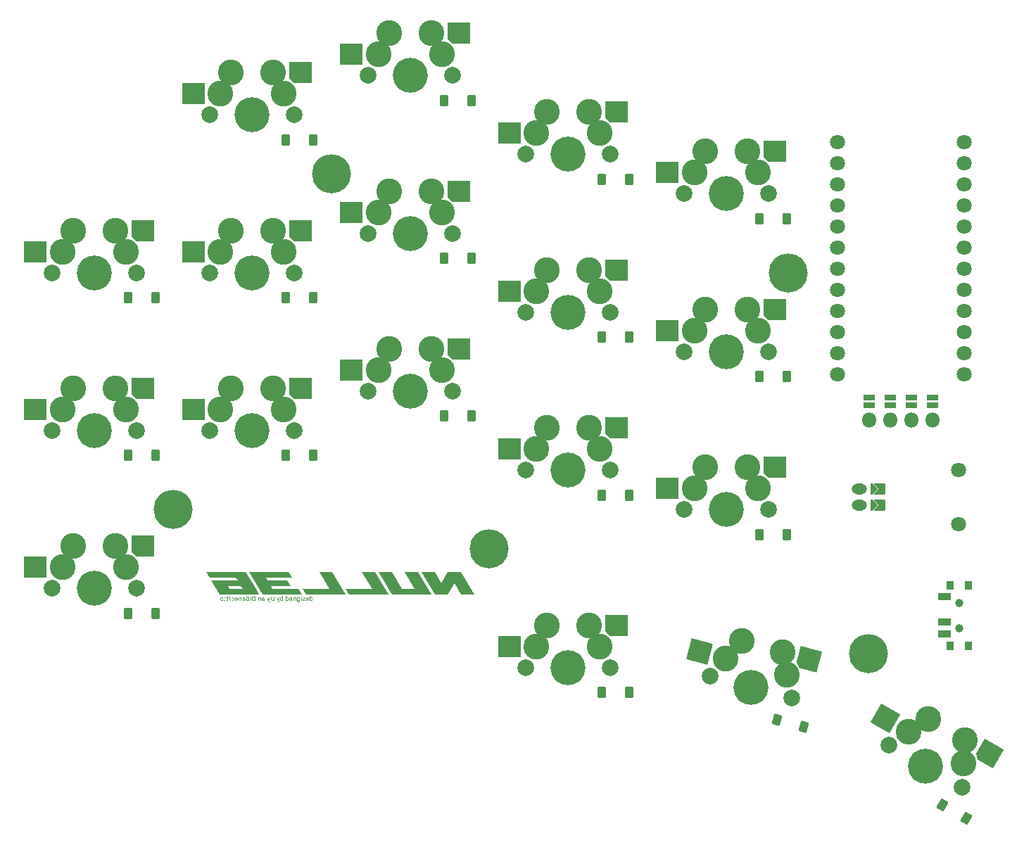
<source format=gbr>
%TF.GenerationSoftware,KiCad,Pcbnew,9.0.7*%
%TF.CreationDate,2026-01-28T21:56:47-05:00*%
%TF.ProjectId,v4,76342e6b-6963-4616-945f-706362585858,rev?*%
%TF.SameCoordinates,Original*%
%TF.FileFunction,Soldermask,Bot*%
%TF.FilePolarity,Negative*%
%FSLAX46Y46*%
G04 Gerber Fmt 4.6, Leading zero omitted, Abs format (unit mm)*
G04 Created by KiCad (PCBNEW 9.0.7) date 2026-01-28 21:56:47*
%MOMM*%
%LPD*%
G01*
G04 APERTURE LIST*
G04 Aperture macros list*
%AMRoundRect*
0 Rectangle with rounded corners*
0 $1 Rounding radius*
0 $2 $3 $4 $5 $6 $7 $8 $9 X,Y pos of 4 corners*
0 Add a 4 corners polygon primitive as box body*
4,1,4,$2,$3,$4,$5,$6,$7,$8,$9,$2,$3,0*
0 Add four circle primitives for the rounded corners*
1,1,$1+$1,$2,$3*
1,1,$1+$1,$4,$5*
1,1,$1+$1,$6,$7*
1,1,$1+$1,$8,$9*
0 Add four rect primitives between the rounded corners*
20,1,$1+$1,$2,$3,$4,$5,0*
20,1,$1+$1,$4,$5,$6,$7,0*
20,1,$1+$1,$6,$7,$8,$9,0*
20,1,$1+$1,$8,$9,$2,$3,0*%
%AMFreePoly0*
4,1,14,1.310355,1.285355,1.325000,1.250000,1.325000,-1.250000,1.310355,-1.285355,1.275000,-1.300000,-0.775000,-1.300000,-0.810355,-1.285355,-1.310355,-0.785355,-1.325000,-0.750000,-1.325000,1.250000,-1.310355,1.285355,-1.275000,1.300000,1.275000,1.300000,1.310355,1.285355,1.310355,1.285355,$1*%
%AMFreePoly1*
4,1,16,0.635355,0.285355,0.650000,0.250000,0.650000,-1.000000,0.635355,-1.035355,0.600000,-1.050000,0.564645,-1.035355,0.000000,-0.470710,-0.564645,-1.035355,-0.600000,-1.050000,-0.635355,-1.035355,-0.650000,-1.000000,-0.650000,0.250000,-0.635355,0.285355,-0.600000,0.300000,0.600000,0.300000,0.635355,0.285355,0.635355,0.285355,$1*%
%AMFreePoly2*
4,1,14,0.035355,0.435355,0.635355,-0.164645,0.650000,-0.200000,0.650000,-0.400000,0.635355,-0.435355,0.600000,-0.450000,-0.600000,-0.450000,-0.635355,-0.435355,-0.650000,-0.400000,-0.650000,-0.200000,-0.635355,-0.164645,-0.035355,0.435355,0.000000,0.450000,0.035355,0.435355,0.035355,0.435355,$1*%
G04 Aperture macros list end*
%ADD10C,0.000000*%
%ADD11FreePoly0,0.000000*%
%ADD12RoundRect,0.050000X-1.275000X-1.250000X1.275000X-1.250000X1.275000X1.250000X-1.275000X1.250000X0*%
%ADD13C,3.100000*%
%ADD14C,2.000000*%
%ADD15C,4.200000*%
%ADD16FreePoly0,345.000000*%
%ADD17RoundRect,0.050000X-1.555079X-0.877413X0.908032X-1.537402X1.555079X0.877413X-0.908032X1.537402X0*%
%ADD18FreePoly0,330.000000*%
%ADD19RoundRect,0.050000X-1.729182X-0.445032X0.479182X-1.720032X1.729182X0.445032X-0.479182X1.720032X0*%
%ADD20RoundRect,0.050000X0.450000X0.600000X-0.450000X0.600000X-0.450000X-0.600000X0.450000X-0.600000X0*%
%ADD21RoundRect,0.050000X0.589958X0.463087X-0.279375X0.696024X-0.589958X-0.463087X0.279375X-0.696024X0*%
%ADD22RoundRect,0.050000X0.689711X0.294615X-0.089711X0.744615X-0.689711X-0.294615X0.089711X-0.744615X0*%
%ADD23O,1.800000X1.800000*%
%ADD24RoundRect,0.050000X-0.600000X0.300000X-0.600000X-0.300000X0.600000X-0.300000X0.600000X0.300000X0*%
%ADD25C,1.800000*%
%ADD26FreePoly1,270.000000*%
%ADD27FreePoly2,270.000000*%
%ADD28O,1.850000X1.300000*%
%ADD29C,1.000000*%
%ADD30RoundRect,0.050000X-0.750000X0.350000X-0.750000X-0.350000X0.750000X-0.350000X0.750000X0.350000X0*%
%ADD31RoundRect,0.050000X-0.400000X0.500000X-0.400000X-0.500000X0.400000X-0.500000X0.400000X0.500000X0*%
%ADD32C,4.700000*%
G04 APERTURE END LIST*
D10*
G36*
X113404357Y-110911436D02*
G01*
X113406915Y-110911611D01*
X113409429Y-110911899D01*
X113411895Y-110912299D01*
X113414312Y-110912808D01*
X113416676Y-110913424D01*
X113418985Y-110914145D01*
X113421236Y-110914968D01*
X113423427Y-110915893D01*
X113425554Y-110916915D01*
X113427616Y-110918034D01*
X113429609Y-110919246D01*
X113431532Y-110920550D01*
X113433380Y-110921944D01*
X113435152Y-110923424D01*
X113436844Y-110924990D01*
X113438455Y-110926639D01*
X113439981Y-110928369D01*
X113441420Y-110930177D01*
X113442769Y-110932061D01*
X113444026Y-110934019D01*
X113445187Y-110936049D01*
X113446251Y-110938149D01*
X113447214Y-110940317D01*
X113448073Y-110942549D01*
X113448827Y-110944845D01*
X113449472Y-110947201D01*
X113450006Y-110949617D01*
X113450425Y-110952088D01*
X113450729Y-110954614D01*
X113450912Y-110957192D01*
X113450974Y-110959820D01*
X113450912Y-110962414D01*
X113450729Y-110964959D01*
X113450425Y-110967455D01*
X113450006Y-110969898D01*
X113449472Y-110972287D01*
X113448827Y-110974619D01*
X113448073Y-110976892D01*
X113447214Y-110979104D01*
X113446251Y-110981252D01*
X113445187Y-110983334D01*
X113444026Y-110985348D01*
X113442769Y-110987292D01*
X113441420Y-110989162D01*
X113439981Y-110990958D01*
X113438455Y-110992677D01*
X113436844Y-110994317D01*
X113435152Y-110995874D01*
X113433380Y-110997348D01*
X113431532Y-110998735D01*
X113429609Y-111000033D01*
X113427616Y-111001241D01*
X113425554Y-111002356D01*
X113423427Y-111003375D01*
X113421236Y-111004297D01*
X113418985Y-111005118D01*
X113416676Y-111005838D01*
X113414312Y-111006453D01*
X113411895Y-111006961D01*
X113409429Y-111007361D01*
X113406915Y-111007649D01*
X113404357Y-111007823D01*
X113401758Y-111007882D01*
X113399021Y-111007823D01*
X113396335Y-111007649D01*
X113393702Y-111007361D01*
X113391124Y-111006961D01*
X113388603Y-111006453D01*
X113386142Y-111005838D01*
X113383744Y-111005118D01*
X113381410Y-111004297D01*
X113379143Y-111003375D01*
X113376946Y-111002356D01*
X113374820Y-111001241D01*
X113372769Y-111000033D01*
X113370795Y-110998735D01*
X113368900Y-110997348D01*
X113367086Y-110995874D01*
X113365356Y-110994317D01*
X113363712Y-110992677D01*
X113362157Y-110990958D01*
X113360693Y-110989162D01*
X113359323Y-110987292D01*
X113358048Y-110985348D01*
X113356872Y-110983334D01*
X113355796Y-110981252D01*
X113354823Y-110979104D01*
X113353956Y-110976892D01*
X113353197Y-110974619D01*
X113352548Y-110972287D01*
X113352011Y-110969898D01*
X113351590Y-110967455D01*
X113351286Y-110964959D01*
X113351102Y-110962414D01*
X113351040Y-110959820D01*
X113351102Y-110957192D01*
X113351286Y-110954614D01*
X113351590Y-110952088D01*
X113352011Y-110949617D01*
X113352548Y-110947201D01*
X113353197Y-110944845D01*
X113353956Y-110942549D01*
X113354823Y-110940317D01*
X113355796Y-110938149D01*
X113356872Y-110936049D01*
X113358048Y-110934019D01*
X113359323Y-110932061D01*
X113360693Y-110930177D01*
X113362157Y-110928369D01*
X113363712Y-110926639D01*
X113365356Y-110924990D01*
X113367086Y-110923424D01*
X113368900Y-110921944D01*
X113370795Y-110920550D01*
X113372769Y-110919246D01*
X113374820Y-110918034D01*
X113376946Y-110916915D01*
X113379143Y-110915893D01*
X113381410Y-110914968D01*
X113383744Y-110914145D01*
X113386142Y-110913424D01*
X113388603Y-110912808D01*
X113391124Y-110912299D01*
X113393702Y-110911899D01*
X113396335Y-110911611D01*
X113399021Y-110911436D01*
X113401758Y-110911377D01*
X113404357Y-110911436D01*
G37*
G36*
X115939113Y-110911436D02*
G01*
X115941665Y-110911611D01*
X115944173Y-110911899D01*
X115946634Y-110912299D01*
X115949047Y-110912808D01*
X115951408Y-110913424D01*
X115953714Y-110914145D01*
X115955964Y-110914968D01*
X115958153Y-110915893D01*
X115960280Y-110916915D01*
X115962342Y-110918034D01*
X115964335Y-110919246D01*
X115966258Y-110920550D01*
X115968107Y-110921944D01*
X115969880Y-110923424D01*
X115971574Y-110924990D01*
X115973187Y-110926639D01*
X115974715Y-110928369D01*
X115976156Y-110930177D01*
X115977508Y-110932061D01*
X115978767Y-110934019D01*
X115979930Y-110936049D01*
X115980996Y-110938149D01*
X115981961Y-110940317D01*
X115982823Y-110942549D01*
X115983579Y-110944845D01*
X115984226Y-110947201D01*
X115984761Y-110949617D01*
X115985182Y-110952088D01*
X115985486Y-110954614D01*
X115985671Y-110957192D01*
X115985733Y-110959820D01*
X115985671Y-110962414D01*
X115985486Y-110964959D01*
X115985182Y-110967455D01*
X115984761Y-110969898D01*
X115984226Y-110972287D01*
X115983579Y-110974619D01*
X115982823Y-110976892D01*
X115981961Y-110979104D01*
X115980996Y-110981252D01*
X115979930Y-110983334D01*
X115978767Y-110985348D01*
X115977508Y-110987292D01*
X115976156Y-110989162D01*
X115974715Y-110990958D01*
X115973187Y-110992677D01*
X115971574Y-110994317D01*
X115969880Y-110995874D01*
X115968107Y-110997348D01*
X115966258Y-110998735D01*
X115964335Y-111000033D01*
X115962342Y-111001241D01*
X115960280Y-111002356D01*
X115958153Y-111003375D01*
X115955964Y-111004297D01*
X115953714Y-111005118D01*
X115951408Y-111005838D01*
X115949047Y-111006453D01*
X115946634Y-111006961D01*
X115944173Y-111007361D01*
X115941665Y-111007649D01*
X115939113Y-111007823D01*
X115936521Y-111007882D01*
X115933785Y-111007823D01*
X115931098Y-111007649D01*
X115928463Y-111007361D01*
X115925884Y-111006961D01*
X115923361Y-111006453D01*
X115920898Y-111005838D01*
X115918497Y-111005118D01*
X115916160Y-111004297D01*
X115913890Y-111003375D01*
X115911690Y-111002356D01*
X115909561Y-111001241D01*
X115907507Y-111000033D01*
X115905529Y-110998735D01*
X115903629Y-110997348D01*
X115901812Y-110995874D01*
X115900078Y-110994317D01*
X115898430Y-110992677D01*
X115896872Y-110990958D01*
X115895404Y-110989162D01*
X115894030Y-110987292D01*
X115892752Y-110985348D01*
X115891572Y-110983334D01*
X115890493Y-110981252D01*
X115889517Y-110979104D01*
X115888647Y-110976892D01*
X115887885Y-110974619D01*
X115887234Y-110972287D01*
X115886696Y-110969898D01*
X115886273Y-110967455D01*
X115885968Y-110964959D01*
X115885783Y-110962414D01*
X115885721Y-110959820D01*
X115885783Y-110957192D01*
X115885968Y-110954614D01*
X115886273Y-110952088D01*
X115886696Y-110949617D01*
X115887234Y-110947201D01*
X115887885Y-110944845D01*
X115888647Y-110942549D01*
X115889517Y-110940317D01*
X115890493Y-110938149D01*
X115891572Y-110936049D01*
X115892752Y-110934019D01*
X115894030Y-110932061D01*
X115895404Y-110930177D01*
X115896872Y-110928369D01*
X115898430Y-110926639D01*
X115900078Y-110924990D01*
X115901812Y-110923424D01*
X115903629Y-110921944D01*
X115905529Y-110920550D01*
X115907507Y-110919246D01*
X115909561Y-110918034D01*
X115911690Y-110916915D01*
X115913890Y-110915893D01*
X115916160Y-110914968D01*
X115918497Y-110914145D01*
X115920898Y-110913424D01*
X115923361Y-110912808D01*
X115925884Y-110912299D01*
X115928463Y-110911899D01*
X115931098Y-110911611D01*
X115933785Y-110911436D01*
X115936521Y-110911377D01*
X115939113Y-110911436D01*
G37*
G36*
X122030985Y-110911436D02*
G01*
X122033536Y-110911611D01*
X122036044Y-110911899D01*
X122038506Y-110912299D01*
X122040919Y-110912808D01*
X122043280Y-110913424D01*
X122045586Y-110914145D01*
X122047836Y-110914968D01*
X122050025Y-110915893D01*
X122052152Y-110916915D01*
X122054213Y-110918034D01*
X122056207Y-110919246D01*
X122058130Y-110920550D01*
X122059979Y-110921944D01*
X122061752Y-110923424D01*
X122063446Y-110924990D01*
X122065059Y-110926639D01*
X122066587Y-110928369D01*
X122068028Y-110930177D01*
X122069379Y-110932061D01*
X122070638Y-110934019D01*
X122071802Y-110936049D01*
X122072868Y-110938149D01*
X122073833Y-110940317D01*
X122074694Y-110942549D01*
X122075450Y-110944845D01*
X122076097Y-110947201D01*
X122076632Y-110949617D01*
X122077053Y-110952088D01*
X122077357Y-110954614D01*
X122077542Y-110957192D01*
X122077604Y-110959820D01*
X122077542Y-110962414D01*
X122077357Y-110964959D01*
X122077053Y-110967455D01*
X122076632Y-110969898D01*
X122076097Y-110972287D01*
X122075450Y-110974619D01*
X122074694Y-110976892D01*
X122073833Y-110979104D01*
X122072868Y-110981252D01*
X122071802Y-110983334D01*
X122070638Y-110985348D01*
X122069379Y-110987292D01*
X122068028Y-110989162D01*
X122066587Y-110990958D01*
X122065059Y-110992677D01*
X122063446Y-110994317D01*
X122061752Y-110995874D01*
X122059979Y-110997348D01*
X122058130Y-110998735D01*
X122056207Y-111000033D01*
X122054213Y-111001241D01*
X122052152Y-111002356D01*
X122050025Y-111003375D01*
X122047836Y-111004297D01*
X122045586Y-111005118D01*
X122043280Y-111005838D01*
X122040919Y-111006453D01*
X122038506Y-111006961D01*
X122036044Y-111007361D01*
X122033536Y-111007649D01*
X122030985Y-111007823D01*
X122028392Y-111007882D01*
X122025655Y-111007823D01*
X122022969Y-111007649D01*
X122020334Y-111007361D01*
X122017755Y-111006961D01*
X122015232Y-111006453D01*
X122012769Y-111005838D01*
X122010368Y-111005118D01*
X122008031Y-111004297D01*
X122005762Y-111003375D01*
X122003561Y-111002356D01*
X122001433Y-111001241D01*
X121999378Y-111000033D01*
X121997400Y-110998735D01*
X121995501Y-110997348D01*
X121993684Y-110995874D01*
X121991950Y-110994317D01*
X121990303Y-110992677D01*
X121988744Y-110990958D01*
X121987276Y-110989162D01*
X121985902Y-110987292D01*
X121984624Y-110985348D01*
X121983444Y-110983334D01*
X121982366Y-110981252D01*
X121981390Y-110979104D01*
X121980520Y-110976892D01*
X121979758Y-110974619D01*
X121979107Y-110972287D01*
X121978569Y-110969898D01*
X121978146Y-110967455D01*
X121977841Y-110964959D01*
X121977656Y-110962414D01*
X121977594Y-110959820D01*
X121977656Y-110957192D01*
X121977841Y-110954614D01*
X121978146Y-110952088D01*
X121978569Y-110949617D01*
X121979107Y-110947201D01*
X121979758Y-110944845D01*
X121980520Y-110942549D01*
X121981390Y-110940317D01*
X121982366Y-110938149D01*
X121983444Y-110936049D01*
X121984624Y-110934019D01*
X121985902Y-110932061D01*
X121987276Y-110930177D01*
X121988744Y-110928369D01*
X121990303Y-110926639D01*
X121991950Y-110924990D01*
X121993684Y-110923424D01*
X121995501Y-110921944D01*
X121997400Y-110920550D01*
X121999378Y-110919246D01*
X122001433Y-110918034D01*
X122003561Y-110916915D01*
X122005762Y-110915893D01*
X122008031Y-110914968D01*
X122010368Y-110914145D01*
X122012769Y-110913424D01*
X122015232Y-110912808D01*
X122017755Y-110912299D01*
X122020334Y-110911899D01*
X122022969Y-110911611D01*
X122025655Y-110911436D01*
X122028392Y-110911377D01*
X122030985Y-110911436D01*
G37*
G36*
X113436287Y-111493125D02*
G01*
X113366121Y-111493125D01*
X113366121Y-111085399D01*
X113436287Y-111085399D01*
X113436287Y-111493125D01*
G37*
G36*
X114632761Y-111078951D02*
G01*
X114640267Y-111079363D01*
X114647454Y-111080035D01*
X114654327Y-111080955D01*
X114660894Y-111082112D01*
X114667162Y-111083494D01*
X114673139Y-111085088D01*
X114678831Y-111086883D01*
X114684246Y-111088867D01*
X114689390Y-111091028D01*
X114694271Y-111093355D01*
X114698896Y-111095835D01*
X114703273Y-111098457D01*
X114707407Y-111101208D01*
X114711307Y-111104078D01*
X114714979Y-111107054D01*
X114718430Y-111110124D01*
X114721669Y-111113276D01*
X114724701Y-111116499D01*
X114727534Y-111119780D01*
X114730175Y-111123109D01*
X114732631Y-111126472D01*
X114737018Y-111133256D01*
X114740750Y-111140039D01*
X114743886Y-111146724D01*
X114746482Y-111153217D01*
X114748595Y-111159424D01*
X114752483Y-111159424D01*
X114752483Y-111085399D01*
X114821857Y-111085399D01*
X114821857Y-111493125D01*
X114751691Y-111493125D01*
X114751691Y-111266009D01*
X114751283Y-111252970D01*
X114750771Y-111246601D01*
X114750054Y-111240344D01*
X114749131Y-111234204D01*
X114748003Y-111228190D01*
X114746668Y-111222309D01*
X114745126Y-111216568D01*
X114743377Y-111210975D01*
X114741420Y-111205537D01*
X114739255Y-111200261D01*
X114736882Y-111195155D01*
X114734301Y-111190226D01*
X114731510Y-111185482D01*
X114728509Y-111180930D01*
X114725299Y-111176576D01*
X114721879Y-111172430D01*
X114718248Y-111168497D01*
X114714406Y-111164786D01*
X114710353Y-111161304D01*
X114706088Y-111158058D01*
X114701611Y-111155055D01*
X114696921Y-111152304D01*
X114692019Y-111149810D01*
X114686903Y-111147583D01*
X114681573Y-111145628D01*
X114676030Y-111143954D01*
X114670272Y-111142568D01*
X114664300Y-111141477D01*
X114658112Y-111140689D01*
X114651709Y-111140210D01*
X114645090Y-111140049D01*
X114639962Y-111140145D01*
X114634967Y-111140434D01*
X114630108Y-111140916D01*
X114625386Y-111141589D01*
X114620804Y-111142454D01*
X114616363Y-111143510D01*
X114612065Y-111144758D01*
X114607912Y-111146195D01*
X114603906Y-111147823D01*
X114600049Y-111149641D01*
X114596343Y-111151648D01*
X114592789Y-111153844D01*
X114589390Y-111156229D01*
X114586148Y-111158803D01*
X114583064Y-111161564D01*
X114580141Y-111164513D01*
X114577380Y-111167650D01*
X114574783Y-111170974D01*
X114572352Y-111174484D01*
X114570090Y-111178180D01*
X114567997Y-111182063D01*
X114566076Y-111186131D01*
X114564329Y-111190384D01*
X114562758Y-111194823D01*
X114561365Y-111199445D01*
X114560151Y-111204252D01*
X114559118Y-111209243D01*
X114558269Y-111214417D01*
X114557606Y-111219775D01*
X114557129Y-111225315D01*
X114556842Y-111231037D01*
X114556746Y-111236942D01*
X114556746Y-111493125D01*
X114486578Y-111493125D01*
X114486578Y-111214844D01*
X114486741Y-111206406D01*
X114487229Y-111198243D01*
X114488034Y-111190354D01*
X114489153Y-111182739D01*
X114490578Y-111175396D01*
X114492305Y-111168326D01*
X114494328Y-111161528D01*
X114496642Y-111155003D01*
X114499241Y-111148748D01*
X114502119Y-111142764D01*
X114505271Y-111137051D01*
X114508691Y-111131608D01*
X114512374Y-111126435D01*
X114516315Y-111121531D01*
X114520507Y-111116896D01*
X114524945Y-111112529D01*
X114529624Y-111108430D01*
X114534539Y-111104598D01*
X114539683Y-111101034D01*
X114545051Y-111097736D01*
X114550637Y-111094705D01*
X114556436Y-111091939D01*
X114562443Y-111089439D01*
X114568652Y-111087204D01*
X114575057Y-111085234D01*
X114581653Y-111083527D01*
X114588435Y-111082084D01*
X114595396Y-111080905D01*
X114602531Y-111079988D01*
X114609835Y-111079334D01*
X114624928Y-111078811D01*
X114632761Y-111078951D01*
G37*
G36*
X115748561Y-111431887D02*
G01*
X115748561Y-111493125D01*
X115554728Y-111493125D01*
X115544240Y-111492963D01*
X115534003Y-111492480D01*
X115524022Y-111491678D01*
X115514303Y-111490562D01*
X115504851Y-111489134D01*
X115495672Y-111487397D01*
X115486771Y-111485356D01*
X115478152Y-111483012D01*
X115469823Y-111480370D01*
X115461787Y-111477433D01*
X115454051Y-111474203D01*
X115446619Y-111470684D01*
X115439498Y-111466880D01*
X115432692Y-111462794D01*
X115426206Y-111458429D01*
X115420048Y-111453788D01*
X115414220Y-111448874D01*
X115408730Y-111443691D01*
X115403582Y-111438242D01*
X115398782Y-111432531D01*
X115394335Y-111426559D01*
X115390246Y-111420332D01*
X115386522Y-111413852D01*
X115383166Y-111407122D01*
X115380185Y-111400146D01*
X115377584Y-111392926D01*
X115375369Y-111385467D01*
X115373544Y-111377771D01*
X115372116Y-111369841D01*
X115371089Y-111361682D01*
X115370469Y-111353296D01*
X115370261Y-111344686D01*
X115443125Y-111344686D01*
X115443615Y-111355757D01*
X115445106Y-111366015D01*
X115446234Y-111370843D01*
X115447624Y-111375473D01*
X115449278Y-111379907D01*
X115451199Y-111384146D01*
X115453392Y-111388192D01*
X115455860Y-111392046D01*
X115458606Y-111395711D01*
X115461635Y-111399188D01*
X115464949Y-111402479D01*
X115468553Y-111405585D01*
X115472449Y-111408508D01*
X115476641Y-111411251D01*
X115481134Y-111413813D01*
X115485930Y-111416199D01*
X115496448Y-111420443D01*
X115508222Y-111423996D01*
X115521282Y-111426873D01*
X115535657Y-111429087D01*
X115551374Y-111430652D01*
X115568463Y-111431580D01*
X115586952Y-111431887D01*
X115677599Y-111431887D01*
X115677599Y-111250888D01*
X115552821Y-111250888D01*
X115546368Y-111250989D01*
X115540092Y-111251290D01*
X115533994Y-111251790D01*
X115528076Y-111252486D01*
X115522341Y-111253378D01*
X115516790Y-111254463D01*
X115511425Y-111255739D01*
X115506247Y-111257205D01*
X115501259Y-111258859D01*
X115496463Y-111260699D01*
X115491860Y-111262723D01*
X115487452Y-111264930D01*
X115483241Y-111267318D01*
X115479229Y-111269885D01*
X115475418Y-111272629D01*
X115471809Y-111275549D01*
X115468405Y-111278642D01*
X115465207Y-111281908D01*
X115462217Y-111285344D01*
X115459437Y-111288948D01*
X115456869Y-111292718D01*
X115454515Y-111296654D01*
X115452375Y-111300752D01*
X115450454Y-111305012D01*
X115448751Y-111309432D01*
X115447270Y-111314009D01*
X115446011Y-111318742D01*
X115444977Y-111323630D01*
X115444170Y-111328669D01*
X115443591Y-111333860D01*
X115443242Y-111339199D01*
X115443125Y-111344686D01*
X115370261Y-111344686D01*
X115370392Y-111337791D01*
X115370782Y-111331058D01*
X115371429Y-111324491D01*
X115372328Y-111318090D01*
X115373476Y-111311858D01*
X115374869Y-111305797D01*
X115376504Y-111299908D01*
X115378376Y-111294193D01*
X115380484Y-111288654D01*
X115382821Y-111283292D01*
X115385387Y-111278111D01*
X115388175Y-111273111D01*
X115391184Y-111268294D01*
X115394409Y-111263663D01*
X115397847Y-111259219D01*
X115401494Y-111254963D01*
X115405346Y-111250899D01*
X115409401Y-111247027D01*
X115413654Y-111243349D01*
X115418101Y-111239868D01*
X115422740Y-111236585D01*
X115427566Y-111233501D01*
X115432577Y-111230620D01*
X115437767Y-111227942D01*
X115443135Y-111225470D01*
X115448675Y-111223205D01*
X115454385Y-111221150D01*
X115460261Y-111219305D01*
X115466299Y-111217673D01*
X115472496Y-111216257D01*
X115478848Y-111215056D01*
X115485352Y-111214074D01*
X115485352Y-111210971D01*
X115475513Y-111207638D01*
X115466215Y-111203748D01*
X115457471Y-111199307D01*
X115449295Y-111194322D01*
X115441698Y-111188799D01*
X115434695Y-111182744D01*
X115431419Y-111179519D01*
X115428297Y-111176164D01*
X115425329Y-111172678D01*
X115422517Y-111169064D01*
X115419864Y-111165321D01*
X115417370Y-111161450D01*
X115415037Y-111157453D01*
X115412867Y-111153330D01*
X115410861Y-111149082D01*
X115409021Y-111144709D01*
X115405845Y-111135594D01*
X115403353Y-111125990D01*
X115401557Y-111115905D01*
X115400571Y-111106330D01*
X115471781Y-111106330D01*
X115472238Y-111116800D01*
X115472812Y-111121767D01*
X115473619Y-111126557D01*
X115474660Y-111131170D01*
X115475938Y-111135606D01*
X115477453Y-111139867D01*
X115479208Y-111143954D01*
X115481204Y-111147866D01*
X115483443Y-111151604D01*
X115485927Y-111155169D01*
X115488658Y-111158562D01*
X115491637Y-111161783D01*
X115494866Y-111164833D01*
X115498348Y-111167713D01*
X115502082Y-111170423D01*
X115506072Y-111172964D01*
X115510319Y-111175336D01*
X115514825Y-111177540D01*
X115519592Y-111179577D01*
X115529913Y-111183152D01*
X115541298Y-111186065D01*
X115553760Y-111188322D01*
X115567313Y-111189928D01*
X115581971Y-111190888D01*
X115597749Y-111191206D01*
X115677599Y-111191206D01*
X115677599Y-111025320D01*
X115560205Y-111025320D01*
X115555035Y-111025407D01*
X115550003Y-111025668D01*
X115545111Y-111026100D01*
X115540361Y-111026703D01*
X115535755Y-111027474D01*
X115531294Y-111028412D01*
X115526980Y-111029515D01*
X115522814Y-111030783D01*
X115518798Y-111032213D01*
X115514935Y-111033804D01*
X115511225Y-111035554D01*
X115507670Y-111037462D01*
X115504272Y-111039525D01*
X115501033Y-111041744D01*
X115497954Y-111044115D01*
X115495038Y-111046638D01*
X115492285Y-111049311D01*
X115489697Y-111052132D01*
X115487276Y-111055100D01*
X115485025Y-111058214D01*
X115482943Y-111061470D01*
X115481034Y-111064869D01*
X115479299Y-111068409D01*
X115477739Y-111072087D01*
X115476356Y-111075903D01*
X115475153Y-111079855D01*
X115474130Y-111083941D01*
X115473289Y-111088159D01*
X115472632Y-111092509D01*
X115472160Y-111096989D01*
X115471876Y-111101596D01*
X115471781Y-111106330D01*
X115400571Y-111106330D01*
X115400470Y-111105344D01*
X115400105Y-111094313D01*
X115400272Y-111086881D01*
X115400771Y-111079629D01*
X115401597Y-111072562D01*
X115402747Y-111065682D01*
X115404214Y-111058995D01*
X115405995Y-111052502D01*
X115408086Y-111046209D01*
X115410481Y-111040118D01*
X115413177Y-111034233D01*
X115416169Y-111028558D01*
X115419452Y-111023096D01*
X115423022Y-111017852D01*
X115426874Y-111012827D01*
X115431004Y-111008027D01*
X115435407Y-111003455D01*
X115440080Y-110999115D01*
X115445016Y-110995009D01*
X115450213Y-110991142D01*
X115455665Y-110987517D01*
X115461368Y-110984139D01*
X115467318Y-110981009D01*
X115473509Y-110978133D01*
X115479938Y-110975514D01*
X115486600Y-110973155D01*
X115493490Y-110971060D01*
X115500604Y-110969233D01*
X115507938Y-110967676D01*
X115515487Y-110966395D01*
X115523246Y-110965392D01*
X115531212Y-110964671D01*
X115539378Y-110964236D01*
X115547742Y-110964090D01*
X115748561Y-110964090D01*
X115748561Y-111191206D01*
X115748561Y-111431887D01*
G37*
G36*
X115970970Y-111493125D02*
G01*
X115900882Y-111493125D01*
X115900882Y-111085399D01*
X115970970Y-111085399D01*
X115970970Y-111493125D01*
G37*
G36*
X116498893Y-111493125D02*
G01*
X116326808Y-111493125D01*
X116312564Y-111492856D01*
X116298763Y-111492051D01*
X116285407Y-111490712D01*
X116272495Y-111488840D01*
X116260029Y-111486439D01*
X116248010Y-111483509D01*
X116236436Y-111480053D01*
X116225310Y-111476072D01*
X116214631Y-111471569D01*
X116204401Y-111466546D01*
X116194619Y-111461004D01*
X116185287Y-111454946D01*
X116176404Y-111448374D01*
X116167972Y-111441289D01*
X116159991Y-111433694D01*
X116152461Y-111425591D01*
X116145384Y-111416981D01*
X116138759Y-111407866D01*
X116132587Y-111398249D01*
X116126869Y-111388132D01*
X116121605Y-111377516D01*
X116116796Y-111366404D01*
X116112442Y-111354797D01*
X116108545Y-111342698D01*
X116105104Y-111330108D01*
X116102119Y-111317029D01*
X116099593Y-111303464D01*
X116097524Y-111289414D01*
X116094764Y-111259869D01*
X116093854Y-111228798D01*
X116167898Y-111228798D01*
X116168526Y-111253288D01*
X116169311Y-111264934D01*
X116170412Y-111276182D01*
X116171829Y-111287031D01*
X116173563Y-111297481D01*
X116175614Y-111307534D01*
X116177982Y-111317189D01*
X116180669Y-111326446D01*
X116183675Y-111335307D01*
X116187001Y-111343771D01*
X116190648Y-111351838D01*
X116194615Y-111359509D01*
X116198904Y-111366783D01*
X116203515Y-111373663D01*
X116208448Y-111380146D01*
X116213706Y-111386235D01*
X116219287Y-111391929D01*
X116225193Y-111397228D01*
X116231425Y-111402133D01*
X116237982Y-111406644D01*
X116244866Y-111410761D01*
X116252078Y-111414485D01*
X116259617Y-111417815D01*
X116267484Y-111420753D01*
X116275681Y-111423298D01*
X116284207Y-111425450D01*
X116293064Y-111427211D01*
X116302252Y-111428580D01*
X116311771Y-111429558D01*
X116321623Y-111430144D01*
X116331807Y-111430339D01*
X116427534Y-111430339D01*
X116427534Y-111026487D01*
X116331807Y-111026487D01*
X116321658Y-111026685D01*
X116311837Y-111027277D01*
X116302344Y-111028265D01*
X116293178Y-111029648D01*
X116284340Y-111031426D01*
X116275829Y-111033600D01*
X116267644Y-111036168D01*
X116259785Y-111039132D01*
X116252251Y-111042490D01*
X116245043Y-111046244D01*
X116238159Y-111050393D01*
X116231600Y-111054937D01*
X116225365Y-111059876D01*
X116219453Y-111065211D01*
X116213864Y-111070940D01*
X116208598Y-111077065D01*
X116203654Y-111083585D01*
X116199032Y-111090500D01*
X116194732Y-111097810D01*
X116190753Y-111105515D01*
X116187094Y-111113615D01*
X116183756Y-111122111D01*
X116180737Y-111131001D01*
X116178038Y-111140287D01*
X116173597Y-111160044D01*
X116170429Y-111181382D01*
X116168530Y-111204300D01*
X116167898Y-111228798D01*
X116093854Y-111228798D01*
X116093843Y-111228409D01*
X116094073Y-111212443D01*
X116094764Y-111196955D01*
X116095915Y-111181948D01*
X116097524Y-111167424D01*
X116099593Y-111153383D01*
X116102119Y-111139829D01*
X116105104Y-111126763D01*
X116108545Y-111114186D01*
X116112442Y-111102102D01*
X116116796Y-111090510D01*
X116121605Y-111079414D01*
X116126869Y-111068815D01*
X116132587Y-111058716D01*
X116138759Y-111049117D01*
X116145384Y-111040021D01*
X116152461Y-111031429D01*
X116159991Y-111023344D01*
X116167972Y-111015767D01*
X116176404Y-111008700D01*
X116185287Y-111002146D01*
X116194619Y-110996104D01*
X116204401Y-110990579D01*
X116214631Y-110985571D01*
X116225310Y-110981082D01*
X116236436Y-110977115D01*
X116248010Y-110973671D01*
X116260029Y-110970751D01*
X116272495Y-110968358D01*
X116285407Y-110966494D01*
X116298763Y-110965160D01*
X116312564Y-110964358D01*
X116326808Y-110964090D01*
X116498893Y-110964090D01*
X116498893Y-111430339D01*
X116498893Y-111493125D01*
G37*
G36*
X116965188Y-111078951D02*
G01*
X116972688Y-111079363D01*
X116979869Y-111080035D01*
X116986738Y-111080955D01*
X116993301Y-111082112D01*
X116999567Y-111083494D01*
X117005541Y-111085088D01*
X117011232Y-111086883D01*
X117016645Y-111088867D01*
X117021789Y-111091028D01*
X117026670Y-111093355D01*
X117031296Y-111095835D01*
X117035673Y-111098457D01*
X117039809Y-111101208D01*
X117043710Y-111104078D01*
X117047384Y-111107054D01*
X117050837Y-111110124D01*
X117054078Y-111113276D01*
X117057112Y-111116499D01*
X117059948Y-111119780D01*
X117062591Y-111123109D01*
X117065050Y-111126472D01*
X117069441Y-111133256D01*
X117073178Y-111140039D01*
X117076317Y-111146724D01*
X117078915Y-111153217D01*
X117081029Y-111159424D01*
X117084917Y-111159424D01*
X117084917Y-111085399D01*
X117154292Y-111085399D01*
X117154292Y-111493125D01*
X117084123Y-111493125D01*
X117084123Y-111266009D01*
X117083713Y-111252970D01*
X117083201Y-111246601D01*
X117082483Y-111240344D01*
X117081558Y-111234204D01*
X117080428Y-111228190D01*
X117079090Y-111222309D01*
X117077546Y-111216568D01*
X117075795Y-111210975D01*
X117073836Y-111205537D01*
X117071668Y-111200261D01*
X117069293Y-111195155D01*
X117066709Y-111190226D01*
X117063916Y-111185482D01*
X117060913Y-111180930D01*
X117057701Y-111176576D01*
X117054279Y-111172430D01*
X117050647Y-111168497D01*
X117046804Y-111164786D01*
X117042750Y-111161304D01*
X117038485Y-111158058D01*
X117034008Y-111155055D01*
X117029319Y-111152304D01*
X117024418Y-111149810D01*
X117019304Y-111147583D01*
X117013977Y-111145628D01*
X117008437Y-111143954D01*
X117002683Y-111142568D01*
X116996715Y-111141477D01*
X116990533Y-111140689D01*
X116984136Y-111140210D01*
X116977524Y-111140049D01*
X116972396Y-111140145D01*
X116967401Y-111140434D01*
X116962543Y-111140916D01*
X116957821Y-111141589D01*
X116953239Y-111142454D01*
X116948798Y-111143510D01*
X116944500Y-111144758D01*
X116940347Y-111146195D01*
X116936341Y-111147823D01*
X116932484Y-111149641D01*
X116928778Y-111151648D01*
X116925224Y-111153844D01*
X116921825Y-111156229D01*
X116918583Y-111158803D01*
X116915499Y-111161564D01*
X116912576Y-111164513D01*
X116909815Y-111167650D01*
X116907218Y-111170974D01*
X116904787Y-111174484D01*
X116902524Y-111178180D01*
X116900432Y-111182063D01*
X116898511Y-111186131D01*
X116896764Y-111190384D01*
X116895193Y-111194823D01*
X116893799Y-111199445D01*
X116892585Y-111204252D01*
X116891553Y-111209243D01*
X116890704Y-111214417D01*
X116890040Y-111219775D01*
X116889563Y-111225315D01*
X116889276Y-111231037D01*
X116889180Y-111236942D01*
X116889180Y-111493125D01*
X116819012Y-111493125D01*
X116819012Y-111214844D01*
X116819175Y-111206406D01*
X116819663Y-111198243D01*
X116820469Y-111190354D01*
X116821587Y-111182739D01*
X116823012Y-111175396D01*
X116824739Y-111168326D01*
X116826763Y-111161528D01*
X116829076Y-111155003D01*
X116831675Y-111148748D01*
X116834553Y-111142764D01*
X116837705Y-111137051D01*
X116841125Y-111131608D01*
X116844808Y-111126435D01*
X116848749Y-111121531D01*
X116852941Y-111116896D01*
X116857379Y-111112529D01*
X116862059Y-111108430D01*
X116866973Y-111104598D01*
X116872117Y-111101034D01*
X116877485Y-111097736D01*
X116883071Y-111094705D01*
X116888871Y-111091939D01*
X116894877Y-111089439D01*
X116901086Y-111087204D01*
X116907492Y-111085234D01*
X116914088Y-111083527D01*
X116920869Y-111082084D01*
X116927830Y-111080905D01*
X116934965Y-111079988D01*
X116942270Y-111079334D01*
X116957362Y-111078811D01*
X116965188Y-111078951D01*
G37*
G36*
X117798420Y-111493125D02*
G01*
X117728254Y-111493125D01*
X117728254Y-110936182D01*
X117798420Y-110936182D01*
X117798420Y-111493125D01*
G37*
G36*
X118753777Y-111493125D02*
G01*
X118581692Y-111493125D01*
X118567455Y-111492856D01*
X118553661Y-111492051D01*
X118540310Y-111490712D01*
X118527403Y-111488840D01*
X118514941Y-111486439D01*
X118502924Y-111483509D01*
X118491353Y-111480053D01*
X118480228Y-111476072D01*
X118469550Y-111471569D01*
X118459321Y-111466546D01*
X118449539Y-111461004D01*
X118440206Y-111454946D01*
X118431323Y-111448374D01*
X118422890Y-111441289D01*
X118414907Y-111433694D01*
X118407376Y-111425591D01*
X118400296Y-111416981D01*
X118393669Y-111407866D01*
X118387495Y-111398249D01*
X118381774Y-111388132D01*
X118376508Y-111377516D01*
X118371696Y-111366404D01*
X118367340Y-111354797D01*
X118363440Y-111342698D01*
X118359997Y-111330108D01*
X118357011Y-111317029D01*
X118354482Y-111303464D01*
X118352412Y-111289414D01*
X118349649Y-111259869D01*
X118348738Y-111228798D01*
X118422784Y-111228798D01*
X118423412Y-111253288D01*
X118424198Y-111264934D01*
X118425299Y-111276182D01*
X118426716Y-111287031D01*
X118428449Y-111297481D01*
X118430500Y-111307534D01*
X118432868Y-111317189D01*
X118435555Y-111326446D01*
X118438562Y-111335307D01*
X118441887Y-111343771D01*
X118445534Y-111351838D01*
X118449501Y-111359509D01*
X118453789Y-111366783D01*
X118458400Y-111373663D01*
X118463334Y-111380146D01*
X118468592Y-111386235D01*
X118474173Y-111391929D01*
X118480079Y-111397228D01*
X118486311Y-111402133D01*
X118492868Y-111406644D01*
X118499752Y-111410761D01*
X118506963Y-111414485D01*
X118514502Y-111417815D01*
X118522370Y-111420753D01*
X118530567Y-111423298D01*
X118539093Y-111425450D01*
X118547950Y-111427211D01*
X118557138Y-111428580D01*
X118566657Y-111429558D01*
X118576509Y-111430144D01*
X118586694Y-111430339D01*
X118682499Y-111430339D01*
X118682499Y-111026487D01*
X118586694Y-111026487D01*
X118576544Y-111026685D01*
X118566723Y-111027277D01*
X118557230Y-111028265D01*
X118548064Y-111029648D01*
X118539226Y-111031426D01*
X118530715Y-111033600D01*
X118522530Y-111036168D01*
X118514670Y-111039132D01*
X118507137Y-111042490D01*
X118499928Y-111046244D01*
X118493045Y-111050393D01*
X118486486Y-111054937D01*
X118480250Y-111059876D01*
X118474338Y-111065211D01*
X118468750Y-111070940D01*
X118463484Y-111077065D01*
X118458540Y-111083585D01*
X118453918Y-111090500D01*
X118449618Y-111097810D01*
X118445639Y-111105515D01*
X118441980Y-111113615D01*
X118438642Y-111122111D01*
X118435623Y-111131001D01*
X118432924Y-111140287D01*
X118428483Y-111160044D01*
X118425315Y-111181382D01*
X118423417Y-111204300D01*
X118422784Y-111228798D01*
X118348738Y-111228798D01*
X118348727Y-111228409D01*
X118348958Y-111212443D01*
X118349649Y-111196955D01*
X118350801Y-111181948D01*
X118352412Y-111167424D01*
X118354482Y-111153383D01*
X118357011Y-111139829D01*
X118359997Y-111126763D01*
X118363440Y-111114186D01*
X118367340Y-111102102D01*
X118371696Y-111090510D01*
X118376508Y-111079414D01*
X118381774Y-111068815D01*
X118387495Y-111058716D01*
X118393669Y-111049117D01*
X118400296Y-111040021D01*
X118407376Y-111031429D01*
X118414907Y-111023344D01*
X118422890Y-111015767D01*
X118431323Y-111008700D01*
X118440206Y-111002146D01*
X118449539Y-110996104D01*
X118459321Y-110990579D01*
X118469550Y-110985571D01*
X118480228Y-110981082D01*
X118491353Y-110977115D01*
X118502924Y-110973671D01*
X118514941Y-110970751D01*
X118527403Y-110968358D01*
X118540310Y-110966494D01*
X118553661Y-110965160D01*
X118567455Y-110964358D01*
X118581692Y-110964090D01*
X118753777Y-110964090D01*
X118753777Y-111430339D01*
X118753777Y-111493125D01*
G37*
G36*
X121192860Y-111078951D02*
G01*
X121200360Y-111079363D01*
X121207541Y-111080035D01*
X121214409Y-111080955D01*
X121220973Y-111082112D01*
X121227238Y-111083494D01*
X121233212Y-111085088D01*
X121238902Y-111086883D01*
X121244315Y-111088867D01*
X121249458Y-111091028D01*
X121254338Y-111093355D01*
X121258963Y-111095835D01*
X121263339Y-111098457D01*
X121267473Y-111101208D01*
X121271373Y-111104078D01*
X121275045Y-111107054D01*
X121278496Y-111110124D01*
X121281735Y-111113276D01*
X121284766Y-111116499D01*
X121287599Y-111119780D01*
X121290240Y-111123109D01*
X121292695Y-111126472D01*
X121297078Y-111133256D01*
X121300806Y-111140039D01*
X121303935Y-111146724D01*
X121306521Y-111153217D01*
X121308620Y-111159424D01*
X121312511Y-111159424D01*
X121312511Y-111085399D01*
X121381883Y-111085399D01*
X121381883Y-111493125D01*
X121311797Y-111493125D01*
X121311797Y-111266009D01*
X121311388Y-111252970D01*
X121310875Y-111246601D01*
X121310157Y-111240344D01*
X121309232Y-111234204D01*
X121308102Y-111228190D01*
X121306765Y-111222309D01*
X121305220Y-111216568D01*
X121303469Y-111210975D01*
X121301510Y-111205537D01*
X121299342Y-111200261D01*
X121296967Y-111195155D01*
X121294383Y-111190226D01*
X121291590Y-111185482D01*
X121288587Y-111180930D01*
X121285375Y-111176576D01*
X121281953Y-111172430D01*
X121278320Y-111168497D01*
X121274477Y-111164786D01*
X121270423Y-111161304D01*
X121266158Y-111158058D01*
X121261680Y-111155055D01*
X121256991Y-111152304D01*
X121252090Y-111149810D01*
X121246976Y-111147583D01*
X121241648Y-111145628D01*
X121236108Y-111143954D01*
X121230354Y-111142568D01*
X121224385Y-111141477D01*
X121218203Y-111140689D01*
X121211806Y-111140210D01*
X121205193Y-111140049D01*
X121200065Y-111140145D01*
X121195070Y-111140434D01*
X121190210Y-111140916D01*
X121185487Y-111141589D01*
X121180903Y-111142454D01*
X121176460Y-111143510D01*
X121172160Y-111144758D01*
X121168004Y-111146195D01*
X121163995Y-111147823D01*
X121160135Y-111149641D01*
X121156426Y-111151648D01*
X121152869Y-111153844D01*
X121149467Y-111156229D01*
X121146221Y-111158803D01*
X121143133Y-111161564D01*
X121140206Y-111164513D01*
X121137442Y-111167650D01*
X121134841Y-111170974D01*
X121132407Y-111174484D01*
X121130141Y-111178180D01*
X121128045Y-111182063D01*
X121126121Y-111186131D01*
X121124371Y-111190384D01*
X121122796Y-111194823D01*
X121121400Y-111199445D01*
X121120184Y-111204252D01*
X121119149Y-111209243D01*
X121118299Y-111214417D01*
X121117634Y-111219775D01*
X121117156Y-111225315D01*
X121116868Y-111231037D01*
X121116772Y-111236942D01*
X121116772Y-111493125D01*
X121046681Y-111493125D01*
X121046681Y-111214844D01*
X121046845Y-111206406D01*
X121047332Y-111198243D01*
X121048138Y-111190354D01*
X121049256Y-111182739D01*
X121050682Y-111175396D01*
X121052409Y-111168326D01*
X121054432Y-111161528D01*
X121056746Y-111155003D01*
X121059345Y-111148748D01*
X121062223Y-111142764D01*
X121065375Y-111137051D01*
X121068795Y-111131608D01*
X121072479Y-111126435D01*
X121076419Y-111121531D01*
X121080612Y-111116896D01*
X121085050Y-111112529D01*
X121089729Y-111108430D01*
X121094644Y-111104598D01*
X121099788Y-111101034D01*
X121105156Y-111097736D01*
X121110742Y-111094705D01*
X121116542Y-111091939D01*
X121122549Y-111089439D01*
X121128758Y-111087204D01*
X121135163Y-111085234D01*
X121141759Y-111083527D01*
X121148541Y-111082084D01*
X121155502Y-111080905D01*
X121162637Y-111079988D01*
X121169941Y-111079334D01*
X121185033Y-111078811D01*
X121192860Y-111078951D01*
G37*
G36*
X122062841Y-111493125D02*
G01*
X121992753Y-111493125D01*
X121992753Y-111085399D01*
X122062841Y-111085399D01*
X122062841Y-111493125D01*
G37*
G36*
X112896776Y-111086558D02*
G01*
X112959563Y-111086558D01*
X112959563Y-111143533D01*
X112897172Y-111143533D01*
X112897172Y-111378793D01*
X112896913Y-111393401D01*
X112896082Y-111407000D01*
X112894599Y-111419600D01*
X112893588Y-111425529D01*
X112892383Y-111431211D01*
X112890975Y-111436647D01*
X112889354Y-111441840D01*
X112887509Y-111446789D01*
X112885431Y-111451497D01*
X112883109Y-111455963D01*
X112880533Y-111460191D01*
X112877694Y-111464180D01*
X112874580Y-111467931D01*
X112871183Y-111471447D01*
X112867492Y-111474727D01*
X112863496Y-111477773D01*
X112859187Y-111480587D01*
X112854553Y-111483169D01*
X112849585Y-111485521D01*
X112844272Y-111487643D01*
X112838606Y-111489537D01*
X112832574Y-111491204D01*
X112826168Y-111492645D01*
X112819378Y-111493861D01*
X112812192Y-111494853D01*
X112804602Y-111495623D01*
X112796597Y-111496172D01*
X112779302Y-111496609D01*
X112772950Y-111496523D01*
X112765786Y-111496283D01*
X112758230Y-111495915D01*
X112750707Y-111495448D01*
X112743637Y-111494908D01*
X112737443Y-111494322D01*
X112732548Y-111493719D01*
X112730720Y-111493419D01*
X112729374Y-111493125D01*
X112729374Y-111436927D01*
X112735758Y-111437558D01*
X112744138Y-111438187D01*
X112748657Y-111438456D01*
X112753172Y-111438671D01*
X112757517Y-111438813D01*
X112761523Y-111438864D01*
X112770438Y-111438713D01*
X112778596Y-111438237D01*
X112786024Y-111437403D01*
X112789471Y-111436841D01*
X112792745Y-111436176D01*
X112795848Y-111435404D01*
X112798784Y-111434522D01*
X112801556Y-111433524D01*
X112804168Y-111432407D01*
X112806621Y-111431165D01*
X112808920Y-111429796D01*
X112811067Y-111428295D01*
X112813065Y-111426657D01*
X112814918Y-111424878D01*
X112816629Y-111422955D01*
X112818201Y-111420881D01*
X112819637Y-111418655D01*
X112820941Y-111416270D01*
X112822114Y-111413724D01*
X112823161Y-111411010D01*
X112824084Y-111408127D01*
X112824887Y-111405068D01*
X112825573Y-111401831D01*
X112826145Y-111398410D01*
X112826606Y-111394801D01*
X112827207Y-111387003D01*
X112827402Y-111378404D01*
X112827402Y-111143533D01*
X112735169Y-111143533D01*
X112735169Y-111086558D01*
X112827402Y-111086558D01*
X112827402Y-110984244D01*
X112896776Y-110984244D01*
X112896776Y-111086558D01*
G37*
G36*
X113195940Y-111086558D02*
G01*
X113258725Y-111086558D01*
X113258725Y-111143533D01*
X113196339Y-111143533D01*
X113196339Y-111378793D01*
X113196081Y-111393401D01*
X113195252Y-111407000D01*
X113193773Y-111419600D01*
X113192764Y-111425529D01*
X113191562Y-111431211D01*
X113190157Y-111436647D01*
X113188539Y-111441840D01*
X113186697Y-111446789D01*
X113184622Y-111451497D01*
X113182304Y-111455963D01*
X113179732Y-111460191D01*
X113176896Y-111464180D01*
X113173786Y-111467931D01*
X113170392Y-111471447D01*
X113166704Y-111474727D01*
X113162712Y-111477773D01*
X113158406Y-111480587D01*
X113153776Y-111483169D01*
X113148811Y-111485521D01*
X113143501Y-111487643D01*
X113137837Y-111489537D01*
X113131808Y-111491204D01*
X113125404Y-111492645D01*
X113118616Y-111493861D01*
X113111432Y-111494853D01*
X113103843Y-111495623D01*
X113095839Y-111496172D01*
X113078545Y-111496609D01*
X113072189Y-111496523D01*
X113065015Y-111496283D01*
X113057447Y-111495915D01*
X113049909Y-111495448D01*
X113042825Y-111494908D01*
X113036619Y-111494322D01*
X113031716Y-111493719D01*
X113029885Y-111493419D01*
X113028538Y-111493125D01*
X113028538Y-111436927D01*
X113034923Y-111437558D01*
X113043302Y-111438187D01*
X113047821Y-111438456D01*
X113052336Y-111438671D01*
X113056680Y-111438813D01*
X113060685Y-111438864D01*
X113069600Y-111438713D01*
X113077759Y-111438237D01*
X113085187Y-111437403D01*
X113088634Y-111436841D01*
X113091908Y-111436176D01*
X113095012Y-111435404D01*
X113097948Y-111434522D01*
X113100720Y-111433524D01*
X113103332Y-111432407D01*
X113105785Y-111431165D01*
X113108084Y-111429796D01*
X113110231Y-111428295D01*
X113112229Y-111426657D01*
X113114083Y-111424878D01*
X113115794Y-111422955D01*
X113117366Y-111420881D01*
X113118802Y-111418655D01*
X113120105Y-111416270D01*
X113121278Y-111413724D01*
X113122325Y-111411010D01*
X113123249Y-111408127D01*
X113124052Y-111405068D01*
X113124738Y-111401831D01*
X113125309Y-111398410D01*
X113125770Y-111394801D01*
X113126371Y-111387003D01*
X113126566Y-111378404D01*
X113126566Y-111143533D01*
X113034331Y-111143533D01*
X113034331Y-111086558D01*
X113126566Y-111086558D01*
X113126566Y-110984244D01*
X113195940Y-110984244D01*
X113195940Y-111086558D01*
G37*
G36*
X113935476Y-111328795D02*
G01*
X113935296Y-111338421D01*
X113934760Y-111347823D01*
X113933873Y-111356993D01*
X113932641Y-111365927D01*
X113931067Y-111374621D01*
X113929159Y-111383067D01*
X113926920Y-111391262D01*
X113924356Y-111399199D01*
X113921473Y-111406875D01*
X113918275Y-111414282D01*
X113914768Y-111421417D01*
X113910956Y-111428274D01*
X113906846Y-111434848D01*
X113902442Y-111441133D01*
X113897749Y-111447124D01*
X113892773Y-111452816D01*
X113887519Y-111458204D01*
X113881992Y-111463282D01*
X113876197Y-111468046D01*
X113870140Y-111472489D01*
X113863826Y-111476607D01*
X113857259Y-111480395D01*
X113850445Y-111483847D01*
X113843390Y-111486957D01*
X113836098Y-111489722D01*
X113828575Y-111492135D01*
X113820826Y-111494191D01*
X113812856Y-111495885D01*
X113804670Y-111497211D01*
X113796274Y-111498165D01*
X113787672Y-111498742D01*
X113778870Y-111498935D01*
X113773302Y-111498849D01*
X113767791Y-111498594D01*
X113762344Y-111498173D01*
X113756965Y-111497588D01*
X113751661Y-111496844D01*
X113746436Y-111495943D01*
X113741297Y-111494889D01*
X113736248Y-111493685D01*
X113731296Y-111492333D01*
X113726445Y-111490838D01*
X113721700Y-111489202D01*
X113717069Y-111487428D01*
X113712554Y-111485521D01*
X113708164Y-111483482D01*
X113703901Y-111481315D01*
X113699773Y-111479024D01*
X113695784Y-111476611D01*
X113691941Y-111474080D01*
X113688247Y-111471434D01*
X113684710Y-111468676D01*
X113681334Y-111465809D01*
X113678124Y-111462837D01*
X113675087Y-111459762D01*
X113672227Y-111456588D01*
X113669550Y-111453319D01*
X113667062Y-111449956D01*
X113664768Y-111446504D01*
X113662672Y-111442966D01*
X113660782Y-111439345D01*
X113659102Y-111435643D01*
X113657637Y-111431865D01*
X113656393Y-111428013D01*
X113652901Y-111428013D01*
X113652901Y-111493125D01*
X113585511Y-111493125D01*
X113585511Y-111249729D01*
X113655599Y-111249729D01*
X113655599Y-111320270D01*
X113655720Y-111327055D01*
X113656081Y-111333673D01*
X113656678Y-111340121D01*
X113657508Y-111346396D01*
X113658567Y-111352494D01*
X113659852Y-111358414D01*
X113661359Y-111364150D01*
X113663085Y-111369701D01*
X113665027Y-111375063D01*
X113667180Y-111380233D01*
X113669542Y-111385207D01*
X113672108Y-111389982D01*
X113674876Y-111394556D01*
X113677842Y-111398925D01*
X113681002Y-111403085D01*
X113684354Y-111407035D01*
X113687892Y-111410769D01*
X113691615Y-111414286D01*
X113695518Y-111417582D01*
X113699598Y-111420653D01*
X113703851Y-111423497D01*
X113708275Y-111426111D01*
X113712864Y-111428491D01*
X113717617Y-111430634D01*
X113722530Y-111432537D01*
X113727598Y-111434196D01*
X113732819Y-111435609D01*
X113738190Y-111436772D01*
X113743705Y-111437683D01*
X113749363Y-111438337D01*
X113755159Y-111438732D01*
X113761091Y-111438864D01*
X113767080Y-111438729D01*
X113772917Y-111438327D01*
X113778600Y-111437659D01*
X113784125Y-111436728D01*
X113789490Y-111435536D01*
X113794694Y-111434087D01*
X113799732Y-111432381D01*
X113804604Y-111430423D01*
X113809306Y-111428213D01*
X113813836Y-111425755D01*
X113818191Y-111423051D01*
X113822369Y-111420103D01*
X113826367Y-111416914D01*
X113830184Y-111413486D01*
X113833816Y-111409821D01*
X113837261Y-111405922D01*
X113840516Y-111401792D01*
X113843579Y-111397433D01*
X113846448Y-111392846D01*
X113849120Y-111388036D01*
X113851593Y-111383003D01*
X113853863Y-111377751D01*
X113855929Y-111372281D01*
X113857788Y-111366597D01*
X113859438Y-111360701D01*
X113860876Y-111354594D01*
X113863106Y-111341761D01*
X113864459Y-111328117D01*
X113864914Y-111313682D01*
X113864914Y-111264072D01*
X113864802Y-111256826D01*
X113864468Y-111249768D01*
X113863914Y-111242902D01*
X113863142Y-111236230D01*
X113862156Y-111229756D01*
X113860957Y-111223481D01*
X113859547Y-111217409D01*
X113857930Y-111211541D01*
X113856108Y-111205882D01*
X113854082Y-111200433D01*
X113851855Y-111195197D01*
X113849431Y-111190177D01*
X113846810Y-111185376D01*
X113843996Y-111180796D01*
X113840991Y-111176440D01*
X113837798Y-111172311D01*
X113834418Y-111168411D01*
X113830854Y-111164743D01*
X113827109Y-111161310D01*
X113823184Y-111158115D01*
X113819083Y-111155159D01*
X113814808Y-111152447D01*
X113810361Y-111149980D01*
X113805744Y-111147761D01*
X113800960Y-111145793D01*
X113796012Y-111144079D01*
X113790901Y-111142621D01*
X113785631Y-111141422D01*
X113780203Y-111140485D01*
X113774619Y-111139812D01*
X113768884Y-111139407D01*
X113762997Y-111139271D01*
X113757235Y-111139404D01*
X113751575Y-111139800D01*
X113746023Y-111140455D01*
X113740584Y-111141363D01*
X113735263Y-111142519D01*
X113730066Y-111143918D01*
X113724998Y-111145557D01*
X113720063Y-111147429D01*
X113715268Y-111149529D01*
X113710618Y-111151854D01*
X113706118Y-111154397D01*
X113701773Y-111157155D01*
X113697589Y-111160122D01*
X113693570Y-111163293D01*
X113689722Y-111166664D01*
X113686051Y-111170229D01*
X113682561Y-111173984D01*
X113679259Y-111177924D01*
X113676148Y-111182043D01*
X113673235Y-111186337D01*
X113670525Y-111190801D01*
X113668022Y-111195431D01*
X113665733Y-111200220D01*
X113663662Y-111205165D01*
X113661816Y-111210261D01*
X113660198Y-111215502D01*
X113658815Y-111220883D01*
X113657671Y-111226401D01*
X113656773Y-111232049D01*
X113656124Y-111237823D01*
X113655731Y-111243718D01*
X113655599Y-111249729D01*
X113585511Y-111249729D01*
X113585511Y-110936182D01*
X113655599Y-110936182D01*
X113655599Y-111145859D01*
X113659092Y-111145859D01*
X113662471Y-111138276D01*
X113666492Y-111131087D01*
X113671132Y-111124307D01*
X113676367Y-111117947D01*
X113682175Y-111112021D01*
X113688533Y-111106542D01*
X113695418Y-111101523D01*
X113702809Y-111096977D01*
X113710681Y-111092917D01*
X113719012Y-111089356D01*
X113727779Y-111086307D01*
X113736960Y-111083783D01*
X113746532Y-111081798D01*
X113756472Y-111080363D01*
X113766757Y-111079493D01*
X113777364Y-111079200D01*
X113786170Y-111079394D01*
X113794784Y-111079974D01*
X113803201Y-111080933D01*
X113811414Y-111082267D01*
X113819418Y-111083970D01*
X113827207Y-111086036D01*
X113834776Y-111088461D01*
X113842118Y-111091238D01*
X113849229Y-111094363D01*
X113856101Y-111097830D01*
X113862730Y-111101634D01*
X113869110Y-111105769D01*
X113875234Y-111110230D01*
X113881098Y-111115011D01*
X113886695Y-111120107D01*
X113892019Y-111125513D01*
X113897066Y-111131224D01*
X113901828Y-111137233D01*
X113906301Y-111143536D01*
X113910479Y-111150127D01*
X113914356Y-111157000D01*
X113917925Y-111164151D01*
X113921182Y-111171574D01*
X113924121Y-111179264D01*
X113926735Y-111187215D01*
X113929020Y-111195421D01*
X113930968Y-111203878D01*
X113932576Y-111212580D01*
X113933836Y-111221521D01*
X113934743Y-111230697D01*
X113935292Y-111240101D01*
X113935476Y-111249729D01*
X113935476Y-111264072D01*
X113935476Y-111328795D01*
G37*
G36*
X120495504Y-111328795D02*
G01*
X120495324Y-111338421D01*
X120494789Y-111347823D01*
X120493903Y-111356993D01*
X120492672Y-111365927D01*
X120491100Y-111374621D01*
X120489194Y-111383067D01*
X120486958Y-111391262D01*
X120484397Y-111399199D01*
X120481516Y-111406875D01*
X120478321Y-111414282D01*
X120474817Y-111421417D01*
X120471009Y-111428274D01*
X120466902Y-111434848D01*
X120462501Y-111441133D01*
X120457812Y-111447124D01*
X120452840Y-111452816D01*
X120447590Y-111458204D01*
X120442066Y-111463282D01*
X120436275Y-111468046D01*
X120430221Y-111472489D01*
X120423910Y-111476607D01*
X120417347Y-111480395D01*
X120410536Y-111483847D01*
X120403484Y-111486957D01*
X120396195Y-111489722D01*
X120388674Y-111492135D01*
X120380927Y-111494191D01*
X120372958Y-111495885D01*
X120364774Y-111497211D01*
X120356379Y-111498165D01*
X120347778Y-111498742D01*
X120338976Y-111498935D01*
X120333407Y-111498849D01*
X120327895Y-111498594D01*
X120322447Y-111498173D01*
X120317067Y-111497588D01*
X120311761Y-111496844D01*
X120306535Y-111495943D01*
X120301393Y-111494889D01*
X120296342Y-111493685D01*
X120291387Y-111492333D01*
X120286533Y-111490838D01*
X120281787Y-111489202D01*
X120277152Y-111487428D01*
X120272636Y-111485521D01*
X120268243Y-111483482D01*
X120263978Y-111481315D01*
X120259848Y-111479024D01*
X120255858Y-111476611D01*
X120252013Y-111474080D01*
X120248318Y-111471434D01*
X120244780Y-111468676D01*
X120241404Y-111465809D01*
X120238194Y-111462837D01*
X120235158Y-111459762D01*
X120232299Y-111456588D01*
X120229624Y-111453319D01*
X120227138Y-111449956D01*
X120224847Y-111446504D01*
X120222755Y-111442966D01*
X120220869Y-111439345D01*
X120219194Y-111435643D01*
X120217736Y-111431865D01*
X120216499Y-111428013D01*
X120213007Y-111428013D01*
X120213007Y-111493125D01*
X120145537Y-111493125D01*
X120145537Y-111249729D01*
X120215705Y-111249729D01*
X120215705Y-111320270D01*
X120215826Y-111327055D01*
X120216186Y-111333673D01*
X120216782Y-111340121D01*
X120217610Y-111346396D01*
X120218668Y-111352494D01*
X120219951Y-111358414D01*
X120221455Y-111364150D01*
X120223179Y-111369701D01*
X120225117Y-111375063D01*
X120227268Y-111380233D01*
X120229626Y-111385207D01*
X120232189Y-111389982D01*
X120234953Y-111394556D01*
X120237916Y-111398925D01*
X120241072Y-111403085D01*
X120244419Y-111407035D01*
X120247954Y-111410769D01*
X120251673Y-111414286D01*
X120255572Y-111417582D01*
X120259649Y-111420653D01*
X120263899Y-111423497D01*
X120268319Y-111426111D01*
X120272906Y-111428491D01*
X120277656Y-111430634D01*
X120282566Y-111432537D01*
X120287632Y-111434196D01*
X120292851Y-111435609D01*
X120298219Y-111436772D01*
X120303733Y-111437683D01*
X120309390Y-111438337D01*
X120315185Y-111438732D01*
X120321117Y-111438864D01*
X120327106Y-111438729D01*
X120332944Y-111438327D01*
X120338627Y-111437659D01*
X120344154Y-111436728D01*
X120349521Y-111435536D01*
X120354727Y-111434087D01*
X120359768Y-111432381D01*
X120364642Y-111430423D01*
X120369347Y-111428213D01*
X120373880Y-111425755D01*
X120378238Y-111423051D01*
X120382420Y-111420103D01*
X120386422Y-111416914D01*
X120390242Y-111413486D01*
X120393878Y-111409821D01*
X120397327Y-111405922D01*
X120400586Y-111401792D01*
X120403653Y-111397433D01*
X120406525Y-111392846D01*
X120409201Y-111388036D01*
X120411677Y-111383003D01*
X120413951Y-111377751D01*
X120416020Y-111372281D01*
X120417882Y-111366597D01*
X120419534Y-111360701D01*
X120420975Y-111354594D01*
X120423208Y-111341761D01*
X120424564Y-111328117D01*
X120425020Y-111313682D01*
X120425020Y-111264072D01*
X120424908Y-111256826D01*
X120424573Y-111249768D01*
X120424018Y-111242902D01*
X120423245Y-111236230D01*
X120422257Y-111229756D01*
X120421055Y-111223481D01*
X120419644Y-111217409D01*
X120418024Y-111211541D01*
X120416198Y-111205882D01*
X120414169Y-111200433D01*
X120411939Y-111195197D01*
X120409511Y-111190177D01*
X120406887Y-111185376D01*
X120404070Y-111180796D01*
X120401061Y-111176440D01*
X120397863Y-111172311D01*
X120394480Y-111168411D01*
X120390912Y-111164743D01*
X120387163Y-111161310D01*
X120383235Y-111158115D01*
X120379130Y-111155159D01*
X120374852Y-111152447D01*
X120370401Y-111149980D01*
X120365782Y-111147761D01*
X120360995Y-111145793D01*
X120356044Y-111144079D01*
X120350931Y-111142621D01*
X120345658Y-111141422D01*
X120340229Y-111140485D01*
X120334644Y-111139812D01*
X120328908Y-111139407D01*
X120323021Y-111139271D01*
X120317259Y-111139404D01*
X120311600Y-111139800D01*
X120306049Y-111140455D01*
X120300612Y-111141363D01*
X120295293Y-111142519D01*
X120290098Y-111143918D01*
X120285032Y-111145557D01*
X120280101Y-111147429D01*
X120275309Y-111149529D01*
X120270662Y-111151854D01*
X120266165Y-111154397D01*
X120261824Y-111157155D01*
X120257643Y-111160122D01*
X120253628Y-111163293D01*
X120249784Y-111166664D01*
X120246117Y-111170229D01*
X120242631Y-111173984D01*
X120239332Y-111177924D01*
X120236225Y-111182043D01*
X120233315Y-111186337D01*
X120230608Y-111190801D01*
X120228109Y-111195431D01*
X120225823Y-111200220D01*
X120223756Y-111205165D01*
X120221912Y-111210261D01*
X120220297Y-111215502D01*
X120218915Y-111220883D01*
X120217774Y-111226401D01*
X120216877Y-111232049D01*
X120216229Y-111237823D01*
X120215837Y-111243718D01*
X120215705Y-111249729D01*
X120145537Y-111249729D01*
X120145537Y-110936182D01*
X120215705Y-110936182D01*
X120215705Y-111145859D01*
X120219198Y-111145859D01*
X120222576Y-111138276D01*
X120226595Y-111131087D01*
X120231230Y-111124307D01*
X120236460Y-111117947D01*
X120242262Y-111112021D01*
X120248613Y-111106542D01*
X120255492Y-111101523D01*
X120262874Y-111096977D01*
X120270739Y-111092917D01*
X120279062Y-111089356D01*
X120287823Y-111086307D01*
X120296998Y-111083783D01*
X120306564Y-111081798D01*
X120316500Y-111080363D01*
X120326782Y-111079493D01*
X120337388Y-111079200D01*
X120346194Y-111079394D01*
X120354808Y-111079974D01*
X120363224Y-111080933D01*
X120371437Y-111082267D01*
X120379442Y-111083970D01*
X120387231Y-111086036D01*
X120394800Y-111088461D01*
X120402143Y-111091238D01*
X120409253Y-111094363D01*
X120416126Y-111097830D01*
X120422755Y-111101634D01*
X120429135Y-111105769D01*
X120435259Y-111110230D01*
X120441123Y-111115011D01*
X120446720Y-111120107D01*
X120452045Y-111125513D01*
X120457092Y-111131224D01*
X120461855Y-111137233D01*
X120466328Y-111143536D01*
X120470506Y-111150127D01*
X120474382Y-111157000D01*
X120477952Y-111164151D01*
X120481209Y-111171574D01*
X120484148Y-111179264D01*
X120486763Y-111187215D01*
X120489047Y-111195421D01*
X120490996Y-111203878D01*
X120492604Y-111212580D01*
X120493864Y-111221521D01*
X120494771Y-111230697D01*
X120495320Y-111240101D01*
X120495504Y-111249729D01*
X120495504Y-111264072D01*
X120495504Y-111328795D01*
G37*
G36*
X123400786Y-111328795D02*
G01*
X123400606Y-111338421D01*
X123400071Y-111347823D01*
X123399185Y-111356993D01*
X123397954Y-111365927D01*
X123396382Y-111374621D01*
X123394475Y-111383067D01*
X123392239Y-111391262D01*
X123389677Y-111399199D01*
X123386796Y-111406875D01*
X123383600Y-111414282D01*
X123380096Y-111421417D01*
X123376287Y-111428274D01*
X123372179Y-111434848D01*
X123367777Y-111441133D01*
X123363086Y-111447124D01*
X123358112Y-111452816D01*
X123352860Y-111458204D01*
X123347334Y-111463282D01*
X123341541Y-111468046D01*
X123335484Y-111472489D01*
X123329170Y-111476607D01*
X123322603Y-111480395D01*
X123315789Y-111483847D01*
X123308733Y-111486957D01*
X123301439Y-111489722D01*
X123293914Y-111492135D01*
X123286162Y-111494191D01*
X123278188Y-111495885D01*
X123269998Y-111497211D01*
X123261596Y-111498165D01*
X123252989Y-111498742D01*
X123244180Y-111498935D01*
X123238612Y-111498849D01*
X123233101Y-111498594D01*
X123227653Y-111498173D01*
X123222275Y-111497588D01*
X123216971Y-111496844D01*
X123211746Y-111495943D01*
X123206607Y-111494889D01*
X123201558Y-111493685D01*
X123196606Y-111492333D01*
X123191755Y-111490838D01*
X123187010Y-111489202D01*
X123182378Y-111487428D01*
X123177864Y-111485521D01*
X123173473Y-111483482D01*
X123169211Y-111481315D01*
X123165083Y-111479024D01*
X123161094Y-111476611D01*
X123157251Y-111474080D01*
X123153557Y-111471434D01*
X123150020Y-111468676D01*
X123146644Y-111465809D01*
X123143434Y-111462837D01*
X123140397Y-111459762D01*
X123137537Y-111456588D01*
X123134860Y-111453319D01*
X123132372Y-111449956D01*
X123130077Y-111446504D01*
X123127982Y-111442966D01*
X123126092Y-111439345D01*
X123124412Y-111435643D01*
X123122947Y-111431865D01*
X123121703Y-111428013D01*
X123118213Y-111428013D01*
X123118213Y-111493125D01*
X123050821Y-111493125D01*
X123050821Y-111249729D01*
X123120911Y-111249729D01*
X123120911Y-111320270D01*
X123121032Y-111327055D01*
X123121393Y-111333673D01*
X123121990Y-111340121D01*
X123122820Y-111346396D01*
X123123879Y-111352494D01*
X123125164Y-111358414D01*
X123126671Y-111364150D01*
X123128397Y-111369701D01*
X123130339Y-111375063D01*
X123132492Y-111380233D01*
X123134853Y-111385207D01*
X123137420Y-111389982D01*
X123140188Y-111394556D01*
X123143153Y-111398925D01*
X123146313Y-111403085D01*
X123149664Y-111407035D01*
X123153203Y-111410769D01*
X123156925Y-111414286D01*
X123160828Y-111417582D01*
X123164908Y-111420653D01*
X123169161Y-111423497D01*
X123173584Y-111426111D01*
X123178174Y-111428491D01*
X123182927Y-111430634D01*
X123187839Y-111432537D01*
X123192907Y-111434196D01*
X123198128Y-111435609D01*
X123203498Y-111436772D01*
X123209014Y-111437683D01*
X123214671Y-111438337D01*
X123220467Y-111438732D01*
X123226398Y-111438864D01*
X123232388Y-111438729D01*
X123238225Y-111438327D01*
X123243908Y-111437659D01*
X123249433Y-111436728D01*
X123254799Y-111435536D01*
X123260002Y-111434087D01*
X123265041Y-111432381D01*
X123269912Y-111430423D01*
X123274614Y-111428213D01*
X123279144Y-111425755D01*
X123283499Y-111423051D01*
X123287677Y-111420103D01*
X123291676Y-111416914D01*
X123295492Y-111413486D01*
X123299124Y-111409821D01*
X123302569Y-111405922D01*
X123305825Y-111401792D01*
X123308888Y-111397433D01*
X123311757Y-111392846D01*
X123314429Y-111388036D01*
X123316901Y-111383003D01*
X123319171Y-111377751D01*
X123321237Y-111372281D01*
X123323096Y-111366597D01*
X123324746Y-111360701D01*
X123326184Y-111354594D01*
X123328414Y-111341761D01*
X123329766Y-111328117D01*
X123330222Y-111313682D01*
X123330222Y-111264072D01*
X123330110Y-111256826D01*
X123329775Y-111249768D01*
X123329221Y-111242902D01*
X123328450Y-111236230D01*
X123327464Y-111229756D01*
X123326264Y-111223481D01*
X123324855Y-111217409D01*
X123323238Y-111211541D01*
X123321415Y-111205882D01*
X123319389Y-111200433D01*
X123317163Y-111195197D01*
X123314738Y-111190177D01*
X123312118Y-111185376D01*
X123309304Y-111180796D01*
X123306299Y-111176440D01*
X123303105Y-111172311D01*
X123299725Y-111168411D01*
X123296162Y-111164743D01*
X123292416Y-111161310D01*
X123288492Y-111158115D01*
X123284391Y-111155159D01*
X123280116Y-111152447D01*
X123275668Y-111149980D01*
X123271052Y-111147761D01*
X123266268Y-111145793D01*
X123261320Y-111144079D01*
X123256209Y-111142621D01*
X123250938Y-111141422D01*
X123245510Y-111140485D01*
X123239927Y-111139812D01*
X123234191Y-111139407D01*
X123228305Y-111139271D01*
X123222543Y-111139404D01*
X123216883Y-111139800D01*
X123211331Y-111140455D01*
X123205892Y-111141363D01*
X123200571Y-111142519D01*
X123195374Y-111143918D01*
X123190306Y-111145557D01*
X123185372Y-111147429D01*
X123180577Y-111149529D01*
X123175927Y-111151854D01*
X123171427Y-111154397D01*
X123167082Y-111157155D01*
X123162898Y-111160122D01*
X123158879Y-111163293D01*
X123155032Y-111166664D01*
X123151361Y-111170229D01*
X123147872Y-111173984D01*
X123144569Y-111177924D01*
X123141459Y-111182043D01*
X123138546Y-111186337D01*
X123135835Y-111190801D01*
X123133333Y-111195431D01*
X123131044Y-111200220D01*
X123128974Y-111205165D01*
X123127127Y-111210261D01*
X123125510Y-111215502D01*
X123124127Y-111220883D01*
X123122983Y-111226401D01*
X123122085Y-111232049D01*
X123121436Y-111237823D01*
X123121044Y-111243718D01*
X123120911Y-111249729D01*
X123050821Y-111249729D01*
X123050821Y-110936182D01*
X123120911Y-110936182D01*
X123120911Y-111145859D01*
X123124402Y-111145859D01*
X123127795Y-111138276D01*
X123131825Y-111131087D01*
X123136471Y-111124307D01*
X123141710Y-111117947D01*
X123147520Y-111112021D01*
X123153878Y-111106542D01*
X123160761Y-111101523D01*
X123168148Y-111096977D01*
X123176016Y-111092917D01*
X123184342Y-111089356D01*
X123193105Y-111086307D01*
X123202281Y-111083783D01*
X123211848Y-111081798D01*
X123221784Y-111080363D01*
X123232066Y-111079493D01*
X123242672Y-111079200D01*
X123251478Y-111079394D01*
X123260092Y-111079974D01*
X123268508Y-111080933D01*
X123276721Y-111082267D01*
X123284726Y-111083970D01*
X123292515Y-111086036D01*
X123300084Y-111088461D01*
X123307426Y-111091238D01*
X123314537Y-111094363D01*
X123321409Y-111097830D01*
X123328038Y-111101634D01*
X123334418Y-111105769D01*
X123340542Y-111110230D01*
X123346406Y-111115011D01*
X123352003Y-111120107D01*
X123357328Y-111125513D01*
X123362375Y-111131224D01*
X123367137Y-111137233D01*
X123371611Y-111143536D01*
X123375788Y-111150127D01*
X123379665Y-111157000D01*
X123383235Y-111164151D01*
X123386492Y-111171574D01*
X123389430Y-111179264D01*
X123392045Y-111187215D01*
X123394329Y-111195421D01*
X123396278Y-111203878D01*
X123397886Y-111212580D01*
X123399146Y-111221521D01*
X123400053Y-111230697D01*
X123400602Y-111240101D01*
X123400786Y-111249729D01*
X123400786Y-111264072D01*
X123400786Y-111328795D01*
G37*
G36*
X119825816Y-111493125D02*
G01*
X119758347Y-111493125D01*
X119758347Y-111432665D01*
X119754854Y-111432665D01*
X119751130Y-111440311D01*
X119746791Y-111447546D01*
X119741859Y-111454359D01*
X119736355Y-111460738D01*
X119730304Y-111466672D01*
X119723727Y-111472149D01*
X119716646Y-111477159D01*
X119709084Y-111481690D01*
X119701064Y-111485730D01*
X119692608Y-111489268D01*
X119683738Y-111492294D01*
X119674476Y-111494794D01*
X119664846Y-111496759D01*
X119654870Y-111498176D01*
X119644569Y-111499035D01*
X119633968Y-111499324D01*
X119624952Y-111499128D01*
X119616155Y-111498545D01*
X119607581Y-111497577D01*
X119599234Y-111496232D01*
X119591119Y-111494512D01*
X119583240Y-111492424D01*
X119575601Y-111489971D01*
X119568208Y-111487158D01*
X119561064Y-111483991D01*
X119554174Y-111480473D01*
X119547542Y-111476611D01*
X119541174Y-111472407D01*
X119535073Y-111467868D01*
X119529243Y-111462998D01*
X119523690Y-111457801D01*
X119518417Y-111452283D01*
X119513429Y-111446448D01*
X119508731Y-111440302D01*
X119504327Y-111433847D01*
X119500221Y-111427091D01*
X119496419Y-111420036D01*
X119492923Y-111412689D01*
X119489740Y-111405053D01*
X119486872Y-111397134D01*
X119484326Y-111388936D01*
X119482104Y-111380464D01*
X119480212Y-111371722D01*
X119478654Y-111362717D01*
X119477435Y-111353451D01*
X119476558Y-111343930D01*
X119476029Y-111334160D01*
X119475851Y-111324143D01*
X119475851Y-111268724D01*
X119546338Y-111268724D01*
X119546338Y-111312126D01*
X119546447Y-111319584D01*
X119546772Y-111326840D01*
X119547311Y-111333891D01*
X119548062Y-111340736D01*
X119549024Y-111347371D01*
X119550195Y-111353796D01*
X119551572Y-111360007D01*
X119553154Y-111366002D01*
X119554939Y-111371779D01*
X119556924Y-111377336D01*
X119559109Y-111382670D01*
X119561490Y-111387779D01*
X119564067Y-111392661D01*
X119566836Y-111397314D01*
X119569797Y-111401735D01*
X119572948Y-111405923D01*
X119576285Y-111409874D01*
X119579809Y-111413586D01*
X119583516Y-111417058D01*
X119587404Y-111420287D01*
X119591473Y-111423270D01*
X119595719Y-111426006D01*
X119600141Y-111428493D01*
X119604737Y-111430727D01*
X119609505Y-111432707D01*
X119614444Y-111434430D01*
X119619550Y-111435894D01*
X119624823Y-111437097D01*
X119630261Y-111438037D01*
X119635861Y-111438711D01*
X119641621Y-111439117D01*
X119647540Y-111439253D01*
X119653374Y-111439118D01*
X119659101Y-111438715D01*
X119664715Y-111438049D01*
X119670212Y-111437126D01*
X119675585Y-111435950D01*
X119680831Y-111434527D01*
X119685944Y-111432861D01*
X119690919Y-111430957D01*
X119695751Y-111428820D01*
X119700435Y-111426456D01*
X119704965Y-111423869D01*
X119709337Y-111421064D01*
X119713545Y-111418046D01*
X119717585Y-111414820D01*
X119721451Y-111411391D01*
X119725138Y-111407764D01*
X119728642Y-111403944D01*
X119731956Y-111399936D01*
X119735076Y-111395745D01*
X119737997Y-111391376D01*
X119740713Y-111386833D01*
X119743220Y-111382123D01*
X119745512Y-111377249D01*
X119747585Y-111372217D01*
X119749433Y-111367031D01*
X119751052Y-111361698D01*
X119752435Y-111356220D01*
X119753578Y-111350605D01*
X119754476Y-111344856D01*
X119755124Y-111338978D01*
X119755516Y-111332978D01*
X119755648Y-111326858D01*
X119755648Y-111259802D01*
X119755528Y-111252944D01*
X119755170Y-111246250D01*
X119754578Y-111239724D01*
X119753754Y-111233370D01*
X119752702Y-111227191D01*
X119751425Y-111221191D01*
X119749925Y-111215372D01*
X119748207Y-111209740D01*
X119746272Y-111204296D01*
X119744125Y-111199045D01*
X119741769Y-111193990D01*
X119739206Y-111189135D01*
X119736440Y-111184482D01*
X119733474Y-111180036D01*
X119730311Y-111175800D01*
X119726954Y-111171777D01*
X119723406Y-111167971D01*
X119719671Y-111164386D01*
X119715752Y-111161024D01*
X119711651Y-111157889D01*
X119707372Y-111154986D01*
X119702918Y-111152316D01*
X119698292Y-111149885D01*
X119693497Y-111147694D01*
X119688537Y-111145748D01*
X119683415Y-111144051D01*
X119678133Y-111142605D01*
X119672695Y-111141414D01*
X119667104Y-111140482D01*
X119661363Y-111139811D01*
X119655476Y-111139407D01*
X119649445Y-111139271D01*
X119643387Y-111139409D01*
X119637495Y-111139822D01*
X119631770Y-111140508D01*
X119626213Y-111141463D01*
X119620827Y-111142687D01*
X119615613Y-111144176D01*
X119610573Y-111145929D01*
X119605708Y-111147943D01*
X119601022Y-111150216D01*
X119596514Y-111152745D01*
X119592188Y-111155529D01*
X119588044Y-111158565D01*
X119584085Y-111161851D01*
X119580313Y-111165384D01*
X119576729Y-111169162D01*
X119573335Y-111173184D01*
X119570133Y-111177446D01*
X119567124Y-111181947D01*
X119564311Y-111186684D01*
X119561695Y-111191655D01*
X119559279Y-111196857D01*
X119557062Y-111202289D01*
X119555049Y-111207948D01*
X119553240Y-111213832D01*
X119550242Y-111226265D01*
X119548082Y-111239570D01*
X119546776Y-111253729D01*
X119546338Y-111268724D01*
X119475851Y-111268724D01*
X119475851Y-111253992D01*
X119476026Y-111244011D01*
X119476549Y-111234273D01*
X119477414Y-111224784D01*
X119478618Y-111215547D01*
X119480155Y-111206568D01*
X119482023Y-111197852D01*
X119484216Y-111189403D01*
X119486729Y-111181226D01*
X119489560Y-111173327D01*
X119492702Y-111165709D01*
X119496153Y-111158378D01*
X119499907Y-111151338D01*
X119503960Y-111144595D01*
X119508308Y-111138153D01*
X119512946Y-111132017D01*
X119517870Y-111126192D01*
X119523076Y-111120682D01*
X119528559Y-111115493D01*
X119534314Y-111110630D01*
X119540339Y-111106096D01*
X119546627Y-111101898D01*
X119553175Y-111098039D01*
X119559979Y-111094524D01*
X119567034Y-111091360D01*
X119574335Y-111088549D01*
X119581878Y-111086098D01*
X119589659Y-111084010D01*
X119597674Y-111082291D01*
X119605918Y-111080946D01*
X119614387Y-111079979D01*
X119623076Y-111079395D01*
X119631981Y-111079200D01*
X119637478Y-111079282D01*
X119642909Y-111079528D01*
X119648269Y-111079934D01*
X119653553Y-111080499D01*
X119658757Y-111081219D01*
X119663876Y-111082092D01*
X119668906Y-111083115D01*
X119673842Y-111084286D01*
X119678679Y-111085603D01*
X119683413Y-111087062D01*
X119688039Y-111088662D01*
X119692553Y-111090399D01*
X119696949Y-111092271D01*
X119701225Y-111094276D01*
X119705374Y-111096411D01*
X119709392Y-111098674D01*
X119713275Y-111101061D01*
X119717018Y-111103571D01*
X119720617Y-111106200D01*
X119724066Y-111108947D01*
X119727362Y-111111808D01*
X119730499Y-111114782D01*
X119733474Y-111117865D01*
X119736281Y-111121055D01*
X119738915Y-111124349D01*
X119741374Y-111127746D01*
X119743651Y-111131242D01*
X119745742Y-111134834D01*
X119747642Y-111138521D01*
X119749348Y-111142300D01*
X119750854Y-111146167D01*
X119752155Y-111150122D01*
X119755648Y-111150122D01*
X119755648Y-110936182D01*
X119825816Y-110936182D01*
X119825816Y-111259802D01*
X119825816Y-111493125D01*
G37*
G36*
X112640156Y-111319103D02*
G01*
X112639943Y-111329851D01*
X112639309Y-111340293D01*
X112638262Y-111350426D01*
X112636810Y-111360248D01*
X112634961Y-111369756D01*
X112632722Y-111378948D01*
X112630103Y-111387823D01*
X112627110Y-111396377D01*
X112623752Y-111404609D01*
X112620036Y-111412516D01*
X112615970Y-111420096D01*
X112611563Y-111427347D01*
X112606822Y-111434266D01*
X112601755Y-111440852D01*
X112596371Y-111447101D01*
X112590676Y-111453012D01*
X112584679Y-111458582D01*
X112578389Y-111463809D01*
X112571811Y-111468691D01*
X112564956Y-111473226D01*
X112557830Y-111477411D01*
X112550442Y-111481243D01*
X112542799Y-111484722D01*
X112534910Y-111487844D01*
X112526782Y-111490607D01*
X112518423Y-111493010D01*
X112509841Y-111495048D01*
X112501044Y-111496722D01*
X112492041Y-111498027D01*
X112482838Y-111498962D01*
X112473444Y-111499525D01*
X112463866Y-111499713D01*
X112454457Y-111499522D01*
X112445212Y-111498949D01*
X112436139Y-111497999D01*
X112427247Y-111496674D01*
X112418546Y-111494976D01*
X112410044Y-111492910D01*
X112401751Y-111490476D01*
X112393674Y-111487680D01*
X112385822Y-111484523D01*
X112378205Y-111481008D01*
X112370832Y-111477139D01*
X112363711Y-111472918D01*
X112356851Y-111468348D01*
X112350261Y-111463432D01*
X112343949Y-111458173D01*
X112337926Y-111452574D01*
X112332199Y-111446638D01*
X112326777Y-111440367D01*
X112321670Y-111433765D01*
X112316885Y-111426834D01*
X112312432Y-111419578D01*
X112308321Y-111411999D01*
X112304558Y-111404101D01*
X112301155Y-111395885D01*
X112298118Y-111387356D01*
X112295458Y-111378515D01*
X112293182Y-111369367D01*
X112291301Y-111359913D01*
X112289822Y-111350156D01*
X112288755Y-111340101D01*
X112288108Y-111329749D01*
X112287891Y-111319103D01*
X112287891Y-111264842D01*
X112358455Y-111264842D01*
X112358455Y-111314063D01*
X112358565Y-111321075D01*
X112358893Y-111327937D01*
X112359439Y-111334644D01*
X112360200Y-111341192D01*
X112361176Y-111347575D01*
X112362364Y-111353789D01*
X112363765Y-111359829D01*
X112365375Y-111365690D01*
X112367195Y-111371368D01*
X112369221Y-111376858D01*
X112371454Y-111382155D01*
X112373892Y-111387255D01*
X112376533Y-111392151D01*
X112379375Y-111396841D01*
X112382418Y-111401319D01*
X112385660Y-111405580D01*
X112389100Y-111409620D01*
X112392736Y-111413433D01*
X112396567Y-111417016D01*
X112400591Y-111420363D01*
X112404808Y-111423469D01*
X112409215Y-111426330D01*
X112413812Y-111428942D01*
X112418596Y-111431298D01*
X112423567Y-111433395D01*
X112428723Y-111435228D01*
X112434063Y-111436792D01*
X112439585Y-111438083D01*
X112445288Y-111439095D01*
X112451170Y-111439823D01*
X112457231Y-111440264D01*
X112463468Y-111440412D01*
X112469773Y-111440264D01*
X112475902Y-111439823D01*
X112481853Y-111439095D01*
X112487625Y-111438083D01*
X112493216Y-111436792D01*
X112498625Y-111435228D01*
X112503850Y-111433395D01*
X112508889Y-111431298D01*
X112513742Y-111428942D01*
X112518405Y-111426330D01*
X112522879Y-111423469D01*
X112527161Y-111420363D01*
X112531249Y-111417016D01*
X112535142Y-111413433D01*
X112538838Y-111409620D01*
X112542337Y-111405580D01*
X112545635Y-111401319D01*
X112548733Y-111396841D01*
X112551627Y-111392151D01*
X112554317Y-111387255D01*
X112556801Y-111382155D01*
X112559077Y-111376858D01*
X112561144Y-111371368D01*
X112563000Y-111365690D01*
X112566073Y-111353789D01*
X112568284Y-111341192D01*
X112569620Y-111327937D01*
X112570068Y-111314063D01*
X112570068Y-111264842D01*
X112569948Y-111257933D01*
X112569590Y-111251160D01*
X112568997Y-111244530D01*
X112568173Y-111238048D01*
X112567120Y-111231720D01*
X112565841Y-111225550D01*
X112564340Y-111219544D01*
X112562620Y-111213707D01*
X112560683Y-111208045D01*
X112558533Y-111202564D01*
X112556173Y-111197268D01*
X112553605Y-111192163D01*
X112550833Y-111187255D01*
X112547860Y-111182548D01*
X112544690Y-111178049D01*
X112541324Y-111173763D01*
X112537767Y-111169694D01*
X112534020Y-111165849D01*
X112530088Y-111162232D01*
X112525974Y-111158850D01*
X112521679Y-111155707D01*
X112517209Y-111152810D01*
X112512565Y-111150162D01*
X112507750Y-111147771D01*
X112502768Y-111145640D01*
X112497622Y-111143777D01*
X112492315Y-111142185D01*
X112486849Y-111140870D01*
X112481229Y-111139838D01*
X112475457Y-111139095D01*
X112469535Y-111138644D01*
X112463468Y-111138493D01*
X112457405Y-111138644D01*
X112451497Y-111139095D01*
X112445746Y-111139838D01*
X112440154Y-111140870D01*
X112434725Y-111142185D01*
X112429460Y-111143777D01*
X112424362Y-111145640D01*
X112419433Y-111147771D01*
X112414677Y-111150162D01*
X112410094Y-111152810D01*
X112405689Y-111155707D01*
X112401464Y-111158850D01*
X112397420Y-111162232D01*
X112393560Y-111165849D01*
X112389888Y-111169694D01*
X112386405Y-111173763D01*
X112383113Y-111178049D01*
X112380016Y-111182548D01*
X112377116Y-111187255D01*
X112374415Y-111192163D01*
X112371916Y-111197268D01*
X112369621Y-111202564D01*
X112367533Y-111208045D01*
X112365654Y-111213707D01*
X112362534Y-111225550D01*
X112360281Y-111238048D01*
X112358915Y-111251160D01*
X112358455Y-111264842D01*
X112287891Y-111264842D01*
X112287891Y-111258643D01*
X112288108Y-111248136D01*
X112288755Y-111237909D01*
X112289822Y-111227966D01*
X112291301Y-111218311D01*
X112293182Y-111208947D01*
X112295458Y-111199877D01*
X112298118Y-111191106D01*
X112301155Y-111182635D01*
X112304558Y-111174470D01*
X112308321Y-111166613D01*
X112312432Y-111159068D01*
X112316885Y-111151838D01*
X112321670Y-111144927D01*
X112326777Y-111138338D01*
X112332199Y-111132075D01*
X112337926Y-111126141D01*
X112343949Y-111120540D01*
X112350261Y-111115275D01*
X112356851Y-111110350D01*
X112363711Y-111105768D01*
X112370832Y-111101532D01*
X112378205Y-111097647D01*
X112385822Y-111094115D01*
X112393674Y-111090940D01*
X112401751Y-111088126D01*
X112410044Y-111085675D01*
X112418546Y-111083592D01*
X112427247Y-111081880D01*
X112436139Y-111080543D01*
X112445212Y-111079583D01*
X112454457Y-111079005D01*
X112463866Y-111078811D01*
X112473339Y-111079016D01*
X112482642Y-111079626D01*
X112491766Y-111080636D01*
X112500703Y-111082040D01*
X112509444Y-111083834D01*
X112517981Y-111086011D01*
X112526305Y-111088565D01*
X112534408Y-111091492D01*
X112542280Y-111094786D01*
X112549915Y-111098441D01*
X112557302Y-111102451D01*
X112564433Y-111106812D01*
X112571300Y-111111517D01*
X112577894Y-111116562D01*
X112584207Y-111121940D01*
X112590230Y-111127646D01*
X112595954Y-111133674D01*
X112601371Y-111140019D01*
X112606472Y-111146676D01*
X112611249Y-111153639D01*
X112615693Y-111160902D01*
X112619796Y-111168459D01*
X112623549Y-111176306D01*
X112626943Y-111184437D01*
X112629969Y-111192846D01*
X112632620Y-111201527D01*
X112634887Y-111210476D01*
X112636761Y-111219686D01*
X112638233Y-111229152D01*
X112639296Y-111238869D01*
X112639939Y-111248831D01*
X112640156Y-111259032D01*
X112640156Y-111264842D01*
X112640156Y-111319103D01*
G37*
G36*
X114370292Y-111258254D02*
G01*
X114370292Y-111320270D01*
X114370103Y-111330469D01*
X114369539Y-111340424D01*
X114368602Y-111350130D01*
X114367298Y-111359582D01*
X114365629Y-111368775D01*
X114363599Y-111377703D01*
X114361212Y-111386361D01*
X114358470Y-111394743D01*
X114355379Y-111402846D01*
X114351941Y-111410662D01*
X114348160Y-111418188D01*
X114344039Y-111425417D01*
X114339583Y-111432345D01*
X114334794Y-111438966D01*
X114329677Y-111445275D01*
X114324235Y-111451267D01*
X114318472Y-111456937D01*
X114312391Y-111462279D01*
X114305996Y-111467288D01*
X114299290Y-111471958D01*
X114292277Y-111476285D01*
X114284961Y-111480264D01*
X114277345Y-111483888D01*
X114269433Y-111487154D01*
X114261228Y-111490054D01*
X114252734Y-111492585D01*
X114243955Y-111494741D01*
X114234895Y-111496517D01*
X114225556Y-111497907D01*
X114215943Y-111498907D01*
X114206058Y-111499511D01*
X114195907Y-111499713D01*
X114186398Y-111499528D01*
X114177203Y-111498984D01*
X114168320Y-111498096D01*
X114159747Y-111496880D01*
X114151481Y-111495351D01*
X114143522Y-111493525D01*
X114135866Y-111491417D01*
X114128512Y-111489042D01*
X114121458Y-111486417D01*
X114114701Y-111483556D01*
X114108241Y-111480475D01*
X114102074Y-111477189D01*
X114096200Y-111473715D01*
X114090615Y-111470067D01*
X114085318Y-111466260D01*
X114080307Y-111462311D01*
X114075580Y-111458235D01*
X114071135Y-111454048D01*
X114066970Y-111449764D01*
X114063083Y-111445399D01*
X114059472Y-111440969D01*
X114056134Y-111436490D01*
X114053069Y-111431976D01*
X114050274Y-111427443D01*
X114047747Y-111422907D01*
X114045485Y-111418382D01*
X114043488Y-111413886D01*
X114041753Y-111409432D01*
X114040278Y-111405037D01*
X114039061Y-111400716D01*
X114038099Y-111396485D01*
X114037392Y-111392358D01*
X114109467Y-111392358D01*
X114111069Y-111397050D01*
X114113247Y-111401656D01*
X114115986Y-111406148D01*
X114119273Y-111410495D01*
X114123093Y-111414667D01*
X114127433Y-111418634D01*
X114132278Y-111422366D01*
X114137614Y-111425833D01*
X114143428Y-111429004D01*
X114149704Y-111431850D01*
X114156430Y-111434341D01*
X114163591Y-111436446D01*
X114171173Y-111438136D01*
X114179161Y-111439380D01*
X114187543Y-111440149D01*
X114196303Y-111440412D01*
X114202566Y-111440269D01*
X114208644Y-111439844D01*
X114214537Y-111439143D01*
X114220243Y-111438173D01*
X114225762Y-111436941D01*
X114231093Y-111435453D01*
X114236234Y-111433715D01*
X114241185Y-111431734D01*
X114245945Y-111429516D01*
X114250513Y-111427068D01*
X114254887Y-111424396D01*
X114259068Y-111421507D01*
X114263054Y-111418406D01*
X114266844Y-111415102D01*
X114270437Y-111411599D01*
X114273833Y-111407905D01*
X114277030Y-111404025D01*
X114280027Y-111399968D01*
X114282824Y-111395737D01*
X114285420Y-111391342D01*
X114287813Y-111386786D01*
X114290004Y-111382079D01*
X114291989Y-111377224D01*
X114293770Y-111372230D01*
X114295345Y-111367103D01*
X114296713Y-111361848D01*
X114297873Y-111356473D01*
X114298824Y-111350984D01*
X114300096Y-111339690D01*
X114300522Y-111328017D01*
X114300522Y-111307475D01*
X114031995Y-111307475D01*
X114031995Y-111258254D01*
X114032160Y-111250118D01*
X114101768Y-111250118D01*
X114101768Y-111256706D01*
X114300522Y-111256706D01*
X114300522Y-111250118D01*
X114300406Y-111243828D01*
X114300060Y-111237679D01*
X114299488Y-111231673D01*
X114298693Y-111225815D01*
X114297680Y-111220109D01*
X114296451Y-111214559D01*
X114295011Y-111209169D01*
X114293363Y-111203942D01*
X114291511Y-111198883D01*
X114289459Y-111193995D01*
X114287209Y-111189283D01*
X114284767Y-111184749D01*
X114282134Y-111180399D01*
X114279316Y-111176236D01*
X114276316Y-111172264D01*
X114273138Y-111168486D01*
X114269784Y-111164907D01*
X114266259Y-111161531D01*
X114262567Y-111158361D01*
X114258711Y-111155402D01*
X114254694Y-111152657D01*
X114250521Y-111150130D01*
X114246195Y-111147826D01*
X114241720Y-111145747D01*
X114237099Y-111143898D01*
X114232337Y-111142283D01*
X114227436Y-111140906D01*
X114222400Y-111139771D01*
X114217234Y-111138881D01*
X114211940Y-111138240D01*
X114206523Y-111137853D01*
X114200986Y-111137723D01*
X114195450Y-111137853D01*
X114190035Y-111138240D01*
X114184746Y-111138881D01*
X114179585Y-111139771D01*
X114174557Y-111140906D01*
X114169665Y-111142283D01*
X114164912Y-111143898D01*
X114160302Y-111145747D01*
X114155839Y-111147826D01*
X114151525Y-111150130D01*
X114147365Y-111152657D01*
X114143363Y-111155402D01*
X114139520Y-111158361D01*
X114135843Y-111161531D01*
X114132333Y-111164907D01*
X114128994Y-111168486D01*
X114125830Y-111172264D01*
X114122844Y-111176236D01*
X114120041Y-111180399D01*
X114117423Y-111184749D01*
X114114994Y-111189283D01*
X114112758Y-111193995D01*
X114110717Y-111198883D01*
X114108877Y-111203942D01*
X114107240Y-111209169D01*
X114105809Y-111214559D01*
X114104589Y-111220109D01*
X114103583Y-111225815D01*
X114102794Y-111231673D01*
X114102226Y-111237679D01*
X114101883Y-111243828D01*
X114101768Y-111250118D01*
X114032160Y-111250118D01*
X114032201Y-111248089D01*
X114032811Y-111238164D01*
X114033819Y-111228484D01*
X114035217Y-111219053D01*
X114036997Y-111209879D01*
X114039152Y-111200966D01*
X114041673Y-111192319D01*
X114044553Y-111183945D01*
X114047784Y-111175848D01*
X114051359Y-111168034D01*
X114055270Y-111160509D01*
X114059509Y-111153278D01*
X114064068Y-111146346D01*
X114068940Y-111139719D01*
X114074117Y-111133403D01*
X114079591Y-111127402D01*
X114085355Y-111121723D01*
X114091400Y-111116371D01*
X114097720Y-111111351D01*
X114104306Y-111106668D01*
X114111150Y-111102329D01*
X114118246Y-111098339D01*
X114125585Y-111094702D01*
X114133159Y-111091425D01*
X114140961Y-111088513D01*
X114148983Y-111085972D01*
X114157217Y-111083807D01*
X114165656Y-111082023D01*
X114174292Y-111080626D01*
X114183117Y-111079621D01*
X114192124Y-111079015D01*
X114201304Y-111078811D01*
X114210386Y-111079011D01*
X114219304Y-111079608D01*
X114228051Y-111080598D01*
X114236619Y-111081975D01*
X114244999Y-111083735D01*
X114253183Y-111085872D01*
X114261163Y-111088383D01*
X114268930Y-111091261D01*
X114276477Y-111094503D01*
X114283796Y-111098104D01*
X114290877Y-111102058D01*
X114297713Y-111106361D01*
X114304295Y-111111008D01*
X114310616Y-111115994D01*
X114316667Y-111121315D01*
X114322440Y-111126965D01*
X114327927Y-111132940D01*
X114333119Y-111139235D01*
X114338008Y-111145845D01*
X114342587Y-111152765D01*
X114346846Y-111159991D01*
X114350779Y-111167517D01*
X114354375Y-111175339D01*
X114357628Y-111183453D01*
X114360529Y-111191852D01*
X114363070Y-111200533D01*
X114365243Y-111209490D01*
X114367038Y-111218718D01*
X114368449Y-111228214D01*
X114369468Y-111237972D01*
X114370084Y-111247987D01*
X114370127Y-111250118D01*
X114370292Y-111258254D01*
G37*
G36*
X115276437Y-111258254D02*
G01*
X115276437Y-111320270D01*
X115276248Y-111330469D01*
X115275684Y-111340424D01*
X115274748Y-111350130D01*
X115273444Y-111359582D01*
X115271774Y-111368775D01*
X115269744Y-111377703D01*
X115267357Y-111386361D01*
X115264616Y-111394743D01*
X115261524Y-111402846D01*
X115258086Y-111410662D01*
X115254305Y-111418188D01*
X115250185Y-111425417D01*
X115245728Y-111432345D01*
X115240940Y-111438966D01*
X115235823Y-111445275D01*
X115230381Y-111451267D01*
X115224618Y-111456937D01*
X115218536Y-111462279D01*
X115212141Y-111467288D01*
X115205435Y-111471958D01*
X115198422Y-111476285D01*
X115191106Y-111480264D01*
X115183490Y-111483888D01*
X115175578Y-111487154D01*
X115167373Y-111490054D01*
X115158880Y-111492585D01*
X115150101Y-111494741D01*
X115141040Y-111496517D01*
X115131701Y-111497907D01*
X115122088Y-111498907D01*
X115112204Y-111499511D01*
X115102052Y-111499713D01*
X115092543Y-111499528D01*
X115083348Y-111498984D01*
X115074465Y-111498096D01*
X115065892Y-111496880D01*
X115057626Y-111495351D01*
X115049666Y-111493525D01*
X115042010Y-111491417D01*
X115034656Y-111489042D01*
X115027602Y-111486417D01*
X115020846Y-111483556D01*
X115014385Y-111480475D01*
X115008219Y-111477189D01*
X115002344Y-111473715D01*
X114996760Y-111470067D01*
X114991463Y-111466260D01*
X114986452Y-111462311D01*
X114981725Y-111458235D01*
X114977280Y-111454048D01*
X114973115Y-111449764D01*
X114969228Y-111445399D01*
X114965617Y-111440969D01*
X114962280Y-111436490D01*
X114959215Y-111431976D01*
X114956420Y-111427443D01*
X114953893Y-111422907D01*
X114951632Y-111418382D01*
X114949635Y-111413886D01*
X114947900Y-111409432D01*
X114946425Y-111405037D01*
X114945208Y-111400716D01*
X114944247Y-111396485D01*
X114943540Y-111392358D01*
X115015610Y-111392358D01*
X115017213Y-111397050D01*
X115019391Y-111401656D01*
X115022131Y-111406148D01*
X115025419Y-111410495D01*
X115029239Y-111414667D01*
X115033579Y-111418634D01*
X115038424Y-111422366D01*
X115043761Y-111425833D01*
X115049575Y-111429004D01*
X115055851Y-111431850D01*
X115062577Y-111434341D01*
X115069738Y-111436446D01*
X115077319Y-111438136D01*
X115085307Y-111439380D01*
X115093688Y-111440149D01*
X115102448Y-111440412D01*
X115108711Y-111440269D01*
X115114789Y-111439844D01*
X115120682Y-111439143D01*
X115126388Y-111438173D01*
X115131907Y-111436941D01*
X115137238Y-111435453D01*
X115142379Y-111433715D01*
X115147330Y-111431734D01*
X115152089Y-111429516D01*
X115156657Y-111427068D01*
X115161032Y-111424396D01*
X115165212Y-111421507D01*
X115169198Y-111418406D01*
X115172988Y-111415102D01*
X115176582Y-111411599D01*
X115179977Y-111407905D01*
X115183174Y-111404025D01*
X115186172Y-111399968D01*
X115188969Y-111395737D01*
X115191565Y-111391342D01*
X115193958Y-111386786D01*
X115196149Y-111382079D01*
X115198135Y-111377224D01*
X115199915Y-111372230D01*
X115201490Y-111367103D01*
X115202858Y-111361848D01*
X115204018Y-111356473D01*
X115204969Y-111350984D01*
X115206242Y-111339690D01*
X115206667Y-111328017D01*
X115206667Y-111307475D01*
X114938143Y-111307475D01*
X114938143Y-111258254D01*
X114938307Y-111250118D01*
X115007913Y-111250118D01*
X115007913Y-111256706D01*
X115206667Y-111256706D01*
X115206667Y-111250118D01*
X115206551Y-111243828D01*
X115206205Y-111237679D01*
X115205633Y-111231673D01*
X115204839Y-111225815D01*
X115203825Y-111220109D01*
X115202597Y-111214559D01*
X115201157Y-111209169D01*
X115199509Y-111203942D01*
X115197657Y-111198883D01*
X115195604Y-111193995D01*
X115193355Y-111189283D01*
X115190912Y-111184749D01*
X115188280Y-111180399D01*
X115185462Y-111176236D01*
X115182462Y-111172264D01*
X115179283Y-111168486D01*
X115175929Y-111164907D01*
X115172405Y-111161531D01*
X115168712Y-111158361D01*
X115164856Y-111155402D01*
X115160840Y-111152657D01*
X115156667Y-111150130D01*
X115152341Y-111147826D01*
X115147865Y-111145747D01*
X115143245Y-111143898D01*
X115138482Y-111142283D01*
X115133581Y-111140906D01*
X115128546Y-111139771D01*
X115123379Y-111138881D01*
X115118086Y-111138240D01*
X115112668Y-111137853D01*
X115107131Y-111137723D01*
X115101595Y-111137853D01*
X115096180Y-111138240D01*
X115090891Y-111138881D01*
X115085730Y-111139771D01*
X115080702Y-111140906D01*
X115075810Y-111142283D01*
X115071057Y-111143898D01*
X115066447Y-111145747D01*
X115061983Y-111147826D01*
X115057670Y-111150130D01*
X115053510Y-111152657D01*
X115049507Y-111155402D01*
X115045665Y-111158361D01*
X115041987Y-111161531D01*
X115038477Y-111164907D01*
X115035138Y-111168486D01*
X115031975Y-111172264D01*
X115028989Y-111176236D01*
X115026186Y-111180399D01*
X115023568Y-111184749D01*
X115021139Y-111189283D01*
X115018903Y-111193995D01*
X115016863Y-111198883D01*
X115015022Y-111203942D01*
X115013385Y-111209169D01*
X115011954Y-111214559D01*
X115010734Y-111220109D01*
X115009728Y-111225815D01*
X115008939Y-111231673D01*
X115008372Y-111237679D01*
X115008028Y-111243828D01*
X115007913Y-111250118D01*
X114938307Y-111250118D01*
X114938348Y-111248089D01*
X114938959Y-111238164D01*
X114939967Y-111228484D01*
X114941365Y-111219053D01*
X114943145Y-111209879D01*
X114945299Y-111200966D01*
X114947820Y-111192319D01*
X114950700Y-111183945D01*
X114953932Y-111175848D01*
X114957507Y-111168034D01*
X114961417Y-111160509D01*
X114965656Y-111153278D01*
X114970215Y-111146346D01*
X114975087Y-111139719D01*
X114980264Y-111133403D01*
X114985738Y-111127402D01*
X114991502Y-111121723D01*
X114997547Y-111116371D01*
X115003866Y-111111351D01*
X115010452Y-111106668D01*
X115017297Y-111102329D01*
X115024392Y-111098339D01*
X115031731Y-111094702D01*
X115039305Y-111091425D01*
X115047107Y-111088513D01*
X115055129Y-111085972D01*
X115063363Y-111083807D01*
X115071802Y-111082023D01*
X115080438Y-111080626D01*
X115089263Y-111079621D01*
X115098269Y-111079015D01*
X115107449Y-111078811D01*
X115116531Y-111079011D01*
X115125449Y-111079608D01*
X115134196Y-111080598D01*
X115142764Y-111081975D01*
X115151144Y-111083735D01*
X115159328Y-111085872D01*
X115167308Y-111088383D01*
X115175075Y-111091261D01*
X115182622Y-111094503D01*
X115189940Y-111098104D01*
X115197021Y-111102058D01*
X115203857Y-111106361D01*
X115210440Y-111111008D01*
X115216760Y-111115994D01*
X115222811Y-111121315D01*
X115228584Y-111126965D01*
X115234071Y-111132940D01*
X115239263Y-111139235D01*
X115244153Y-111145845D01*
X115248732Y-111152765D01*
X115252991Y-111159991D01*
X115256924Y-111167517D01*
X115260520Y-111175339D01*
X115263773Y-111183453D01*
X115266674Y-111191852D01*
X115269215Y-111200533D01*
X115271388Y-111209490D01*
X115273184Y-111218718D01*
X115274595Y-111228214D01*
X115275613Y-111237972D01*
X115276230Y-111247987D01*
X115276273Y-111250118D01*
X115276437Y-111258254D01*
G37*
G36*
X117610858Y-111374531D02*
G01*
X117610700Y-111381539D01*
X117610229Y-111388391D01*
X117609451Y-111395082D01*
X117608371Y-111401607D01*
X117606994Y-111407964D01*
X117605327Y-111414146D01*
X117603373Y-111420151D01*
X117601140Y-111425973D01*
X117598631Y-111431608D01*
X117595853Y-111437052D01*
X117592811Y-111442301D01*
X117589510Y-111447350D01*
X117585956Y-111452195D01*
X117582155Y-111456831D01*
X117578111Y-111461255D01*
X117573829Y-111465462D01*
X117569317Y-111469447D01*
X117564578Y-111473207D01*
X117559618Y-111476736D01*
X117554442Y-111480031D01*
X117549057Y-111483087D01*
X117543467Y-111485901D01*
X117537678Y-111488467D01*
X117531696Y-111490781D01*
X117525525Y-111492839D01*
X117519171Y-111494637D01*
X117512639Y-111496170D01*
X117505935Y-111497434D01*
X117499065Y-111498424D01*
X117492033Y-111499137D01*
X117484845Y-111499568D01*
X117477507Y-111499713D01*
X117471942Y-111499632D01*
X117466511Y-111499392D01*
X117461215Y-111498996D01*
X117456052Y-111498449D01*
X117451020Y-111497756D01*
X117446120Y-111496920D01*
X117441348Y-111495946D01*
X117436705Y-111494838D01*
X117432189Y-111493599D01*
X117427799Y-111492235D01*
X117423534Y-111490749D01*
X117419393Y-111489145D01*
X117415375Y-111487429D01*
X117411478Y-111485603D01*
X117407702Y-111483673D01*
X117404045Y-111481641D01*
X117400505Y-111479513D01*
X117397083Y-111477293D01*
X117393777Y-111474985D01*
X117390586Y-111472593D01*
X117387508Y-111470121D01*
X117384543Y-111467573D01*
X117381689Y-111464954D01*
X117378945Y-111462268D01*
X117373783Y-111456711D01*
X117369049Y-111450936D01*
X117364733Y-111444976D01*
X117360825Y-111438864D01*
X117357731Y-111438864D01*
X117357731Y-111493125D01*
X117290261Y-111493125D01*
X117290261Y-111308252D01*
X117360825Y-111308252D01*
X117360825Y-111353599D01*
X117360948Y-111358249D01*
X117361313Y-111362818D01*
X117361915Y-111367304D01*
X117362747Y-111371701D01*
X117363806Y-111376006D01*
X117365085Y-111380213D01*
X117366580Y-111384319D01*
X117368284Y-111388318D01*
X117370193Y-111392206D01*
X117372300Y-111395979D01*
X117374601Y-111399633D01*
X117377091Y-111403162D01*
X117379763Y-111406563D01*
X117382613Y-111409831D01*
X117385636Y-111412961D01*
X117388824Y-111415950D01*
X117392175Y-111418791D01*
X117395681Y-111421482D01*
X117399338Y-111424017D01*
X117403140Y-111426393D01*
X117407082Y-111428604D01*
X117411159Y-111430646D01*
X117415364Y-111432515D01*
X117419694Y-111434207D01*
X117424142Y-111435716D01*
X117428702Y-111437038D01*
X117433371Y-111438169D01*
X117438141Y-111439105D01*
X117443009Y-111439840D01*
X117447968Y-111440371D01*
X117453013Y-111440693D01*
X117458139Y-111440801D01*
X117466007Y-111440550D01*
X117473742Y-111439793D01*
X117481292Y-111438522D01*
X117484981Y-111437693D01*
X117488605Y-111436732D01*
X117492157Y-111435640D01*
X117495630Y-111434415D01*
X117499018Y-111433057D01*
X117502314Y-111431564D01*
X117505513Y-111429936D01*
X117508607Y-111428173D01*
X117511591Y-111426272D01*
X117514457Y-111424234D01*
X117517200Y-111422058D01*
X117519812Y-111419742D01*
X117522288Y-111417285D01*
X117524620Y-111414688D01*
X117526804Y-111411949D01*
X117528831Y-111409067D01*
X117530696Y-111406041D01*
X117532391Y-111402871D01*
X117533912Y-111399555D01*
X117535251Y-111396093D01*
X117536401Y-111392485D01*
X117537357Y-111388728D01*
X117538111Y-111384822D01*
X117538658Y-111380767D01*
X117538991Y-111376562D01*
X117539104Y-111372205D01*
X117538838Y-111365483D01*
X117538031Y-111358997D01*
X117536668Y-111352774D01*
X117535773Y-111349770D01*
X117534734Y-111346842D01*
X117533548Y-111343994D01*
X117532215Y-111341228D01*
X117530731Y-111338549D01*
X117529095Y-111335959D01*
X117527305Y-111333463D01*
X117525360Y-111331063D01*
X117523257Y-111328763D01*
X117520995Y-111326566D01*
X117518572Y-111324476D01*
X117515986Y-111322497D01*
X117513235Y-111320630D01*
X117510317Y-111318881D01*
X117507231Y-111317252D01*
X117503975Y-111315747D01*
X117500546Y-111314369D01*
X117496943Y-111313122D01*
X117493164Y-111312008D01*
X117489208Y-111311032D01*
X117485071Y-111310197D01*
X117480754Y-111309506D01*
X117476253Y-111308963D01*
X117471567Y-111308570D01*
X117466694Y-111308333D01*
X117461632Y-111308252D01*
X117360825Y-111308252D01*
X117290261Y-111308252D01*
X117290261Y-111214844D01*
X117290463Y-111205656D01*
X117291061Y-111196839D01*
X117292045Y-111188385D01*
X117293406Y-111180291D01*
X117295134Y-111172551D01*
X117297218Y-111165161D01*
X117299648Y-111158114D01*
X117302415Y-111151406D01*
X117305509Y-111145032D01*
X117308919Y-111138987D01*
X117312635Y-111133265D01*
X117316648Y-111127862D01*
X117320948Y-111122772D01*
X117325524Y-111117991D01*
X117330366Y-111113512D01*
X117335465Y-111109332D01*
X117340811Y-111105444D01*
X117346393Y-111101845D01*
X117352201Y-111098528D01*
X117358226Y-111095489D01*
X117364457Y-111092722D01*
X117370885Y-111090222D01*
X117384291Y-111086005D01*
X117398362Y-111082796D01*
X117413019Y-111080555D01*
X117428183Y-111079240D01*
X117443772Y-111078811D01*
X117452206Y-111078924D01*
X117460422Y-111079263D01*
X117468418Y-111079826D01*
X117476191Y-111080611D01*
X117483740Y-111081617D01*
X117491062Y-111082843D01*
X117498156Y-111084286D01*
X117505020Y-111085945D01*
X117511651Y-111087819D01*
X117518047Y-111089906D01*
X117524207Y-111092204D01*
X117530128Y-111094712D01*
X117535808Y-111097429D01*
X117541246Y-111100353D01*
X117546439Y-111103481D01*
X117551385Y-111106814D01*
X117556082Y-111110348D01*
X117560528Y-111114083D01*
X117564722Y-111118017D01*
X117568660Y-111122148D01*
X117572342Y-111126476D01*
X117575765Y-111130997D01*
X117578926Y-111135711D01*
X117581825Y-111140617D01*
X117584458Y-111145712D01*
X117586825Y-111150995D01*
X117588922Y-111156464D01*
X117590748Y-111162119D01*
X117592300Y-111167957D01*
X117593578Y-111173976D01*
X117594578Y-111180176D01*
X117595299Y-111186555D01*
X117527513Y-111186555D01*
X117525818Y-111181347D01*
X117523783Y-111176348D01*
X117521383Y-111171576D01*
X117518595Y-111167046D01*
X117515394Y-111162779D01*
X117511757Y-111158789D01*
X117507659Y-111155097D01*
X117503076Y-111151718D01*
X117497984Y-111148671D01*
X117492359Y-111145973D01*
X117486178Y-111143642D01*
X117479415Y-111141695D01*
X117472047Y-111140151D01*
X117464050Y-111139026D01*
X117455400Y-111138338D01*
X117446072Y-111138104D01*
X117436495Y-111138387D01*
X117431883Y-111138742D01*
X117427392Y-111139239D01*
X117423024Y-111139881D01*
X117418782Y-111140667D01*
X117414668Y-111141599D01*
X117410686Y-111142677D01*
X117406836Y-111143903D01*
X117403123Y-111145276D01*
X117399548Y-111146797D01*
X117396113Y-111148468D01*
X117392822Y-111150290D01*
X117389677Y-111152262D01*
X117386680Y-111154386D01*
X117383834Y-111156662D01*
X117381141Y-111159092D01*
X117378604Y-111161676D01*
X117376225Y-111164414D01*
X117374006Y-111167309D01*
X117371951Y-111170359D01*
X117370062Y-111173567D01*
X117368340Y-111176933D01*
X117366790Y-111180458D01*
X117365412Y-111184142D01*
X117364210Y-111187986D01*
X117363186Y-111191992D01*
X117362343Y-111196159D01*
X117361683Y-111200489D01*
X117361208Y-111204983D01*
X117360921Y-111209640D01*
X117360825Y-111214463D01*
X117360825Y-111254770D01*
X117467427Y-111254770D01*
X117476093Y-111254911D01*
X117484499Y-111255331D01*
X117492644Y-111256026D01*
X117500527Y-111256990D01*
X117508147Y-111258220D01*
X117515503Y-111259710D01*
X117522594Y-111261456D01*
X117529419Y-111263453D01*
X117535977Y-111265697D01*
X117542267Y-111268182D01*
X117548288Y-111270904D01*
X117554039Y-111273858D01*
X117559520Y-111277040D01*
X117564728Y-111280445D01*
X117569664Y-111284069D01*
X117574325Y-111287906D01*
X117578712Y-111291952D01*
X117582823Y-111296202D01*
X117586657Y-111300652D01*
X117590214Y-111305296D01*
X117593491Y-111310131D01*
X117596489Y-111315152D01*
X117599206Y-111320353D01*
X117601641Y-111325731D01*
X117603793Y-111331279D01*
X117605661Y-111336995D01*
X117607245Y-111342873D01*
X117608543Y-111348908D01*
X117609555Y-111355097D01*
X117610278Y-111361433D01*
X117610713Y-111367912D01*
X117610807Y-111372205D01*
X117610858Y-111374531D01*
G37*
G36*
X120930398Y-111258254D02*
G01*
X120930398Y-111320270D01*
X120930209Y-111330469D01*
X120929644Y-111340424D01*
X120928706Y-111350130D01*
X120927401Y-111359582D01*
X120925730Y-111368775D01*
X120923698Y-111377703D01*
X120921308Y-111386361D01*
X120918565Y-111394743D01*
X120915471Y-111402846D01*
X120912030Y-111410662D01*
X120908247Y-111418188D01*
X120904124Y-111425417D01*
X120899665Y-111432345D01*
X120894874Y-111438966D01*
X120889755Y-111445275D01*
X120884311Y-111451267D01*
X120878546Y-111456937D01*
X120872463Y-111462279D01*
X120866067Y-111467288D01*
X120859360Y-111471958D01*
X120852347Y-111476285D01*
X120845030Y-111480264D01*
X120837415Y-111483888D01*
X120829504Y-111487154D01*
X120821301Y-111490054D01*
X120812809Y-111492585D01*
X120804033Y-111494741D01*
X120794976Y-111496517D01*
X120785642Y-111497907D01*
X120776033Y-111498907D01*
X120766155Y-111499511D01*
X120756010Y-111499713D01*
X120746502Y-111499528D01*
X120737306Y-111498984D01*
X120728423Y-111498096D01*
X120719850Y-111496880D01*
X120711584Y-111495351D01*
X120703624Y-111493525D01*
X120695968Y-111491417D01*
X120688613Y-111489042D01*
X120681559Y-111486417D01*
X120674802Y-111483556D01*
X120668340Y-111480475D01*
X120662173Y-111477189D01*
X120656297Y-111473715D01*
X120650711Y-111470067D01*
X120645413Y-111466260D01*
X120640400Y-111462311D01*
X120635672Y-111458235D01*
X120631225Y-111454048D01*
X120627057Y-111449764D01*
X120623167Y-111445399D01*
X120619553Y-111440969D01*
X120616213Y-111436490D01*
X120613144Y-111431976D01*
X120610345Y-111427443D01*
X120607814Y-111422907D01*
X120605548Y-111418382D01*
X120603546Y-111413886D01*
X120601806Y-111409432D01*
X120600325Y-111405037D01*
X120599102Y-111400716D01*
X120598134Y-111396485D01*
X120597420Y-111392358D01*
X120669573Y-111392358D01*
X120671175Y-111397050D01*
X120673353Y-111401656D01*
X120676091Y-111406148D01*
X120679377Y-111410495D01*
X120683196Y-111414667D01*
X120687534Y-111418634D01*
X120692377Y-111422366D01*
X120697710Y-111425833D01*
X120703519Y-111429004D01*
X120709791Y-111431850D01*
X120716510Y-111434341D01*
X120723663Y-111436446D01*
X120731236Y-111438136D01*
X120739213Y-111439380D01*
X120747583Y-111440149D01*
X120756329Y-111440412D01*
X120762599Y-111440269D01*
X120768684Y-111439844D01*
X120774583Y-111439143D01*
X120780295Y-111438173D01*
X120785819Y-111436941D01*
X120791155Y-111435453D01*
X120796301Y-111433715D01*
X120801256Y-111431734D01*
X120806020Y-111429516D01*
X120810591Y-111427068D01*
X120814969Y-111424396D01*
X120819153Y-111421507D01*
X120823142Y-111418406D01*
X120826935Y-111415102D01*
X120830530Y-111411599D01*
X120833928Y-111407905D01*
X120837127Y-111404025D01*
X120840126Y-111399968D01*
X120842924Y-111395737D01*
X120845521Y-111391342D01*
X120847916Y-111386786D01*
X120850106Y-111382079D01*
X120852093Y-111377224D01*
X120853875Y-111372230D01*
X120855450Y-111367103D01*
X120856818Y-111361848D01*
X120857978Y-111356473D01*
X120858930Y-111350984D01*
X120860202Y-111339690D01*
X120860628Y-111328017D01*
X120860628Y-111307475D01*
X120592021Y-111307475D01*
X120592021Y-111258254D01*
X120592186Y-111250118D01*
X120661793Y-111250118D01*
X120661793Y-111256706D01*
X120860628Y-111256706D01*
X120860628Y-111250118D01*
X120860511Y-111243828D01*
X120860165Y-111237679D01*
X120859592Y-111231673D01*
X120858796Y-111225815D01*
X120857780Y-111220109D01*
X120856550Y-111214559D01*
X120855107Y-111209169D01*
X120853457Y-111203942D01*
X120851602Y-111198883D01*
X120849546Y-111193995D01*
X120847293Y-111189283D01*
X120844847Y-111184749D01*
X120842211Y-111180399D01*
X120839390Y-111176236D01*
X120836386Y-111172264D01*
X120833203Y-111168486D01*
X120829846Y-111164907D01*
X120826318Y-111161531D01*
X120822622Y-111158361D01*
X120818762Y-111155402D01*
X120814742Y-111152657D01*
X120810565Y-111150130D01*
X120806236Y-111147826D01*
X120801758Y-111145747D01*
X120797135Y-111143898D01*
X120792370Y-111142283D01*
X120787467Y-111140906D01*
X120782429Y-111139771D01*
X120777262Y-111138881D01*
X120771967Y-111138240D01*
X120766549Y-111137853D01*
X120761011Y-111137723D01*
X120755475Y-111137853D01*
X120750061Y-111138240D01*
X120744771Y-111138881D01*
X120739611Y-111139771D01*
X120734582Y-111140906D01*
X120729690Y-111142283D01*
X120724937Y-111143898D01*
X120720327Y-111145747D01*
X120715863Y-111147826D01*
X120711550Y-111150130D01*
X120707390Y-111152657D01*
X120703387Y-111155402D01*
X120699545Y-111158361D01*
X120695867Y-111161531D01*
X120692357Y-111164907D01*
X120689019Y-111168486D01*
X120685855Y-111172264D01*
X120682869Y-111176236D01*
X120680066Y-111180399D01*
X120677448Y-111184749D01*
X120675019Y-111189283D01*
X120672783Y-111193995D01*
X120670743Y-111198883D01*
X120668902Y-111203942D01*
X120667265Y-111209169D01*
X120665835Y-111214559D01*
X120664615Y-111220109D01*
X120663609Y-111225815D01*
X120662820Y-111231673D01*
X120662252Y-111237679D01*
X120661909Y-111243828D01*
X120661793Y-111250118D01*
X120592186Y-111250118D01*
X120592227Y-111248089D01*
X120592838Y-111238164D01*
X120593847Y-111228484D01*
X120595246Y-111219053D01*
X120597028Y-111209879D01*
X120599185Y-111200966D01*
X120601708Y-111192319D01*
X120604591Y-111183945D01*
X120607826Y-111175848D01*
X120611404Y-111168034D01*
X120615318Y-111160509D01*
X120619560Y-111153278D01*
X120624123Y-111146346D01*
X120628998Y-111139719D01*
X120634179Y-111133403D01*
X120639657Y-111127402D01*
X120645424Y-111121723D01*
X120651473Y-111116371D01*
X120657797Y-111111351D01*
X120664386Y-111106668D01*
X120671234Y-111102329D01*
X120678333Y-111098339D01*
X120685674Y-111094702D01*
X120693251Y-111091425D01*
X120701056Y-111088513D01*
X120709080Y-111085972D01*
X120717316Y-111083807D01*
X120725757Y-111082023D01*
X120734394Y-111080626D01*
X120743220Y-111079621D01*
X120752227Y-111079015D01*
X120761407Y-111078811D01*
X120770482Y-111079011D01*
X120779395Y-111079608D01*
X120788137Y-111080598D01*
X120796700Y-111081975D01*
X120805077Y-111083735D01*
X120813258Y-111085872D01*
X120821236Y-111088383D01*
X120829002Y-111091261D01*
X120836547Y-111094503D01*
X120843865Y-111098104D01*
X120850946Y-111102058D01*
X120857783Y-111106361D01*
X120864366Y-111111008D01*
X120870688Y-111115994D01*
X120876741Y-111121315D01*
X120882515Y-111126965D01*
X120888004Y-111132940D01*
X120893199Y-111139235D01*
X120898090Y-111145845D01*
X120902672Y-111152765D01*
X120906934Y-111159991D01*
X120910868Y-111167517D01*
X120914467Y-111175339D01*
X120917723Y-111183453D01*
X120920626Y-111191852D01*
X120923169Y-111200533D01*
X120925343Y-111209490D01*
X120927141Y-111218718D01*
X120928553Y-111228214D01*
X120929573Y-111237972D01*
X120930190Y-111247987D01*
X120930233Y-111250118D01*
X120930398Y-111258254D01*
G37*
G36*
X122358629Y-111079250D02*
G01*
X122373172Y-111080578D01*
X122387361Y-111082814D01*
X122394292Y-111084278D01*
X122401099Y-111085975D01*
X122407770Y-111087907D01*
X122414291Y-111090077D01*
X122420652Y-111092488D01*
X122426840Y-111095140D01*
X122432844Y-111098037D01*
X122438651Y-111101181D01*
X122444249Y-111104573D01*
X122449626Y-111108217D01*
X122454771Y-111112113D01*
X122459671Y-111116265D01*
X122464314Y-111120675D01*
X122468688Y-111125344D01*
X122472781Y-111130276D01*
X122476582Y-111135472D01*
X122480077Y-111140934D01*
X122483256Y-111146664D01*
X122486105Y-111152666D01*
X122488614Y-111158941D01*
X122490770Y-111165491D01*
X122492560Y-111172318D01*
X122493974Y-111179425D01*
X122494999Y-111186814D01*
X122495622Y-111194486D01*
X122495833Y-111202446D01*
X122495654Y-111209785D01*
X122495122Y-111216767D01*
X122494246Y-111223403D01*
X122493034Y-111229706D01*
X122491496Y-111235685D01*
X122489640Y-111241352D01*
X122487475Y-111246717D01*
X122485009Y-111251793D01*
X122482251Y-111256591D01*
X122479210Y-111261120D01*
X122475894Y-111265394D01*
X122472313Y-111269422D01*
X122468474Y-111273215D01*
X122464386Y-111276786D01*
X122460059Y-111280145D01*
X122455500Y-111283303D01*
X122445724Y-111289061D01*
X122435127Y-111294150D01*
X122423778Y-111298659D01*
X122411748Y-111302677D01*
X122399105Y-111306293D01*
X122385919Y-111309595D01*
X122358195Y-111315618D01*
X122337568Y-111319783D01*
X122327775Y-111321915D01*
X122318396Y-111324157D01*
X122309481Y-111326567D01*
X122301079Y-111329203D01*
X122297086Y-111330623D01*
X122293240Y-111332122D01*
X122289548Y-111333707D01*
X122286015Y-111335384D01*
X122282648Y-111337161D01*
X122279453Y-111339045D01*
X122276436Y-111341044D01*
X122273604Y-111343164D01*
X122270962Y-111345413D01*
X122268518Y-111347798D01*
X122266276Y-111350327D01*
X122264245Y-111353006D01*
X122262428Y-111355843D01*
X122260834Y-111358845D01*
X122259468Y-111362020D01*
X122258336Y-111365374D01*
X122257445Y-111368914D01*
X122256801Y-111372649D01*
X122256410Y-111376585D01*
X122256278Y-111380730D01*
X122256590Y-111387264D01*
X122257536Y-111393620D01*
X122259135Y-111399763D01*
X122260183Y-111402744D01*
X122261402Y-111405660D01*
X122262792Y-111408506D01*
X122264355Y-111411278D01*
X122266094Y-111413972D01*
X122268011Y-111416583D01*
X122270108Y-111419108D01*
X122272388Y-111421542D01*
X122274851Y-111423882D01*
X122277502Y-111426122D01*
X122280340Y-111428258D01*
X122283370Y-111430288D01*
X122286592Y-111432205D01*
X122290009Y-111434007D01*
X122293624Y-111435688D01*
X122297437Y-111437246D01*
X122301453Y-111438674D01*
X122305671Y-111439971D01*
X122310096Y-111441130D01*
X122314728Y-111442149D01*
X122324624Y-111443746D01*
X122335377Y-111444728D01*
X122347005Y-111445063D01*
X122352248Y-111444997D01*
X122357307Y-111444798D01*
X122362186Y-111444468D01*
X122366885Y-111444010D01*
X122371407Y-111443426D01*
X122375755Y-111442715D01*
X122379930Y-111441882D01*
X122383935Y-111440927D01*
X122387771Y-111439852D01*
X122391442Y-111438660D01*
X122394948Y-111437351D01*
X122398293Y-111435927D01*
X122401478Y-111434391D01*
X122404506Y-111432744D01*
X122407378Y-111430988D01*
X122410097Y-111429124D01*
X122412666Y-111427155D01*
X122415085Y-111425082D01*
X122417359Y-111422906D01*
X122419487Y-111420631D01*
X122421474Y-111418257D01*
X122423320Y-111415787D01*
X122425028Y-111413221D01*
X122426601Y-111410562D01*
X122428040Y-111407812D01*
X122429348Y-111404973D01*
X122430526Y-111402045D01*
X122431577Y-111399031D01*
X122432503Y-111395933D01*
X122433307Y-111392753D01*
X122433990Y-111389492D01*
X122434554Y-111386151D01*
X122503134Y-111386151D01*
X122502952Y-111392888D01*
X122502411Y-111399435D01*
X122501517Y-111405790D01*
X122500276Y-111411951D01*
X122498695Y-111417919D01*
X122496779Y-111423689D01*
X122494535Y-111429262D01*
X122491970Y-111434636D01*
X122489088Y-111439808D01*
X122485898Y-111444778D01*
X122482404Y-111449544D01*
X122478614Y-111454104D01*
X122474533Y-111458457D01*
X122470168Y-111462601D01*
X122465524Y-111466535D01*
X122460609Y-111470257D01*
X122455428Y-111473765D01*
X122449988Y-111477059D01*
X122444295Y-111480136D01*
X122438355Y-111482994D01*
X122425760Y-111488051D01*
X122412252Y-111492216D01*
X122397882Y-111495477D01*
X122382700Y-111497822D01*
X122366756Y-111499238D01*
X122350099Y-111499713D01*
X122341035Y-111499578D01*
X122332168Y-111499175D01*
X122323505Y-111498506D01*
X122315050Y-111497573D01*
X122306810Y-111496378D01*
X122298791Y-111494923D01*
X122290999Y-111493210D01*
X122283440Y-111491241D01*
X122276119Y-111489019D01*
X122269043Y-111486545D01*
X122262218Y-111483821D01*
X122255649Y-111480849D01*
X122249343Y-111477632D01*
X122243305Y-111474172D01*
X122237542Y-111470470D01*
X122232059Y-111466528D01*
X122226862Y-111462349D01*
X122221957Y-111457935D01*
X122217351Y-111453288D01*
X122213048Y-111448410D01*
X122209056Y-111443302D01*
X122205380Y-111437968D01*
X122202025Y-111432408D01*
X122198999Y-111426626D01*
X122196306Y-111420622D01*
X122193953Y-111414400D01*
X122191946Y-111407961D01*
X122190290Y-111401307D01*
X122188992Y-111394441D01*
X122188057Y-111387364D01*
X122187492Y-111380078D01*
X122187302Y-111372586D01*
X122187486Y-111365307D01*
X122188031Y-111358359D01*
X122188927Y-111351733D01*
X122190166Y-111345421D01*
X122191739Y-111339412D01*
X122193637Y-111333698D01*
X122195849Y-111328270D01*
X122198368Y-111323119D01*
X122201183Y-111318235D01*
X122204287Y-111313609D01*
X122207669Y-111309232D01*
X122211320Y-111305095D01*
X122215232Y-111301189D01*
X122219395Y-111297504D01*
X122223801Y-111294032D01*
X122228438Y-111290763D01*
X122238376Y-111284799D01*
X122249136Y-111279538D01*
X122260643Y-111274907D01*
X122272826Y-111270833D01*
X122285611Y-111267243D01*
X122298924Y-111264063D01*
X122312692Y-111261221D01*
X122326842Y-111258643D01*
X122344428Y-111255468D01*
X122353300Y-111253799D01*
X122362099Y-111251989D01*
X122370732Y-111249972D01*
X122379105Y-111247683D01*
X122383165Y-111246416D01*
X122387125Y-111245057D01*
X122390974Y-111243597D01*
X122394699Y-111242028D01*
X122398289Y-111240342D01*
X122401732Y-111238531D01*
X122405016Y-111236587D01*
X122408130Y-111234501D01*
X122411063Y-111232266D01*
X122413802Y-111229873D01*
X122416335Y-111227314D01*
X122418652Y-111224581D01*
X122420739Y-111221666D01*
X122422587Y-111218560D01*
X122424182Y-111215255D01*
X122425513Y-111211744D01*
X122426569Y-111208018D01*
X122427338Y-111204069D01*
X122427808Y-111199888D01*
X122427967Y-111195469D01*
X122427868Y-111191814D01*
X122427572Y-111188262D01*
X122427084Y-111184815D01*
X122426407Y-111181471D01*
X122425546Y-111178234D01*
X122424503Y-111175103D01*
X122423283Y-111172079D01*
X122421890Y-111169163D01*
X122420327Y-111166356D01*
X122418598Y-111163659D01*
X122416706Y-111161073D01*
X122414656Y-111158598D01*
X122412452Y-111156236D01*
X122410097Y-111153987D01*
X122407594Y-111151852D01*
X122404948Y-111149832D01*
X122402163Y-111147928D01*
X122399242Y-111146140D01*
X122396189Y-111144470D01*
X122393008Y-111142918D01*
X122386276Y-111140173D01*
X122379077Y-111137912D01*
X122371441Y-111136142D01*
X122363397Y-111134868D01*
X122354977Y-111134099D01*
X122346210Y-111133842D01*
X122341166Y-111133930D01*
X122336287Y-111134192D01*
X122331573Y-111134622D01*
X122327022Y-111135213D01*
X122322634Y-111135959D01*
X122318408Y-111136854D01*
X122314344Y-111137893D01*
X122310440Y-111139069D01*
X122306695Y-111140376D01*
X122303110Y-111141808D01*
X122299683Y-111143359D01*
X122296414Y-111145023D01*
X122293301Y-111146794D01*
X122290343Y-111148666D01*
X122287541Y-111150633D01*
X122284893Y-111152689D01*
X122282399Y-111154828D01*
X122280057Y-111157044D01*
X122277867Y-111159331D01*
X122275829Y-111161682D01*
X122273940Y-111164092D01*
X122272202Y-111166555D01*
X122270612Y-111169064D01*
X122269170Y-111171615D01*
X122267875Y-111174199D01*
X122266727Y-111176813D01*
X122265724Y-111179448D01*
X122264866Y-111182101D01*
X122264152Y-111184763D01*
X122263582Y-111187431D01*
X122263154Y-111190096D01*
X122262868Y-111192754D01*
X122197778Y-111192754D01*
X122197948Y-111186392D01*
X122198452Y-111180170D01*
X122199287Y-111174093D01*
X122200447Y-111168164D01*
X122201926Y-111162387D01*
X122203720Y-111156767D01*
X122205823Y-111151307D01*
X122208231Y-111146012D01*
X122210937Y-111140885D01*
X122213938Y-111135931D01*
X122217227Y-111131154D01*
X122220800Y-111126557D01*
X122224651Y-111122145D01*
X122228775Y-111117922D01*
X122233168Y-111113892D01*
X122237823Y-111110059D01*
X122242735Y-111106427D01*
X122247901Y-111103000D01*
X122253313Y-111099782D01*
X122258968Y-111096777D01*
X122264860Y-111093989D01*
X122270983Y-111091422D01*
X122283905Y-111086968D01*
X122297691Y-111083448D01*
X122312302Y-111080894D01*
X122327694Y-111079337D01*
X122343828Y-111078811D01*
X122358629Y-111079250D01*
G37*
G36*
X122931045Y-111258254D02*
G01*
X122931045Y-111320270D01*
X122930856Y-111330469D01*
X122930291Y-111340424D01*
X122929353Y-111350130D01*
X122928048Y-111359582D01*
X122926377Y-111368775D01*
X122924345Y-111377703D01*
X122921955Y-111386361D01*
X122919212Y-111394743D01*
X122916118Y-111402846D01*
X122912677Y-111410662D01*
X122908894Y-111418188D01*
X122904771Y-111425417D01*
X122900312Y-111432345D01*
X122895521Y-111438966D01*
X122890402Y-111445275D01*
X122884958Y-111451267D01*
X122879193Y-111456937D01*
X122873110Y-111462279D01*
X122866714Y-111467288D01*
X122860007Y-111471958D01*
X122852993Y-111476285D01*
X122845677Y-111480264D01*
X122838062Y-111483888D01*
X122830151Y-111487154D01*
X122821948Y-111490054D01*
X122813456Y-111492585D01*
X122804680Y-111494741D01*
X122795623Y-111496517D01*
X122786289Y-111497907D01*
X122776680Y-111498907D01*
X122766802Y-111499511D01*
X122756657Y-111499713D01*
X122747149Y-111499528D01*
X122737954Y-111498984D01*
X122729071Y-111498096D01*
X122720497Y-111496880D01*
X122712232Y-111495351D01*
X122704272Y-111493525D01*
X122696616Y-111491417D01*
X122689262Y-111489042D01*
X122682208Y-111486417D01*
X122675452Y-111483556D01*
X122668992Y-111480475D01*
X122662825Y-111477189D01*
X122656951Y-111473715D01*
X122651366Y-111470067D01*
X122646069Y-111466260D01*
X122641058Y-111462311D01*
X122636331Y-111458235D01*
X122631886Y-111454048D01*
X122627722Y-111449764D01*
X122623834Y-111445399D01*
X122620223Y-111440969D01*
X122616886Y-111436490D01*
X122613821Y-111431976D01*
X122611026Y-111427443D01*
X122608499Y-111422907D01*
X122606238Y-111418382D01*
X122604241Y-111413886D01*
X122602506Y-111409432D01*
X122601032Y-111405037D01*
X122599815Y-111400716D01*
X122598854Y-111396485D01*
X122598148Y-111392358D01*
X122670218Y-111392358D01*
X122671821Y-111397050D01*
X122673999Y-111401656D01*
X122676739Y-111406148D01*
X122680026Y-111410495D01*
X122683847Y-111414667D01*
X122688187Y-111418634D01*
X122693032Y-111422366D01*
X122698368Y-111425833D01*
X122704182Y-111429004D01*
X122710459Y-111431850D01*
X122717184Y-111434341D01*
X122724345Y-111436446D01*
X122731926Y-111438136D01*
X122739915Y-111439380D01*
X122748296Y-111440149D01*
X122757056Y-111440412D01*
X122763319Y-111440269D01*
X122769397Y-111439844D01*
X122775290Y-111439143D01*
X122780996Y-111438173D01*
X122786514Y-111436941D01*
X122791845Y-111435453D01*
X122796986Y-111433715D01*
X122801937Y-111431734D01*
X122806697Y-111429516D01*
X122811264Y-111427068D01*
X122815639Y-111424396D01*
X122819820Y-111421507D01*
X122823806Y-111418406D01*
X122827596Y-111415102D01*
X122831189Y-111411599D01*
X122834585Y-111407905D01*
X122837782Y-111404025D01*
X122840779Y-111399968D01*
X122843577Y-111395737D01*
X122846172Y-111391342D01*
X122848566Y-111386786D01*
X122850756Y-111382079D01*
X122852742Y-111377224D01*
X122854523Y-111372230D01*
X122856098Y-111367103D01*
X122857466Y-111361848D01*
X122858626Y-111356473D01*
X122859577Y-111350984D01*
X122860849Y-111339690D01*
X122861275Y-111328017D01*
X122861275Y-111307475D01*
X122592670Y-111307475D01*
X122592670Y-111258254D01*
X122592835Y-111250118D01*
X122662440Y-111250118D01*
X122662440Y-111256706D01*
X122861275Y-111256706D01*
X122861275Y-111250118D01*
X122861158Y-111243828D01*
X122860812Y-111237679D01*
X122860239Y-111231673D01*
X122859443Y-111225815D01*
X122858427Y-111220109D01*
X122857197Y-111214559D01*
X122855754Y-111209169D01*
X122854104Y-111203942D01*
X122852249Y-111198883D01*
X122850193Y-111193995D01*
X122847940Y-111189283D01*
X122845494Y-111184749D01*
X122842858Y-111180399D01*
X122840037Y-111176236D01*
X122837033Y-111172264D01*
X122833850Y-111168486D01*
X122830493Y-111164907D01*
X122826964Y-111161531D01*
X122823268Y-111158361D01*
X122819409Y-111155402D01*
X122815389Y-111152657D01*
X122811212Y-111150130D01*
X122806883Y-111147826D01*
X122802405Y-111145747D01*
X122797782Y-111143898D01*
X122793017Y-111142283D01*
X122788114Y-111140906D01*
X122783076Y-111139771D01*
X122777909Y-111138881D01*
X122772614Y-111138240D01*
X122767196Y-111137853D01*
X122761658Y-111137723D01*
X122756122Y-111137853D01*
X122750708Y-111138240D01*
X122745418Y-111138881D01*
X122740258Y-111139771D01*
X122735229Y-111140906D01*
X122730337Y-111142283D01*
X122725584Y-111143898D01*
X122720974Y-111145747D01*
X122716510Y-111147826D01*
X122712197Y-111150130D01*
X122708037Y-111152657D01*
X122704034Y-111155402D01*
X122700192Y-111158361D01*
X122696514Y-111161531D01*
X122693004Y-111164907D01*
X122689666Y-111168486D01*
X122686502Y-111172264D01*
X122683516Y-111176236D01*
X122680713Y-111180399D01*
X122678095Y-111184749D01*
X122675666Y-111189283D01*
X122673430Y-111193995D01*
X122671390Y-111198883D01*
X122669549Y-111203942D01*
X122667912Y-111209169D01*
X122666482Y-111214559D01*
X122665262Y-111220109D01*
X122664256Y-111225815D01*
X122663467Y-111231673D01*
X122662899Y-111237679D01*
X122662556Y-111243828D01*
X122662440Y-111250118D01*
X122592835Y-111250118D01*
X122592876Y-111248089D01*
X122593487Y-111238164D01*
X122594496Y-111228484D01*
X122595895Y-111219053D01*
X122597677Y-111209879D01*
X122599834Y-111200966D01*
X122602357Y-111192319D01*
X122605240Y-111183945D01*
X122608474Y-111175848D01*
X122612052Y-111168034D01*
X122615966Y-111160509D01*
X122620209Y-111153278D01*
X122624771Y-111146346D01*
X122629647Y-111139719D01*
X122634827Y-111133403D01*
X122640305Y-111127402D01*
X122646072Y-111121723D01*
X122652121Y-111116371D01*
X122658444Y-111111351D01*
X122665034Y-111106668D01*
X122671881Y-111102329D01*
X122678980Y-111098339D01*
X122686322Y-111094702D01*
X122693899Y-111091425D01*
X122701703Y-111088513D01*
X122709727Y-111085972D01*
X122717964Y-111083807D01*
X122726404Y-111082023D01*
X122735041Y-111080626D01*
X122743867Y-111079621D01*
X122752874Y-111079015D01*
X122762054Y-111078811D01*
X122771129Y-111079011D01*
X122780042Y-111079608D01*
X122788784Y-111080598D01*
X122797347Y-111081975D01*
X122805724Y-111083735D01*
X122813905Y-111085872D01*
X122821883Y-111088383D01*
X122829649Y-111091261D01*
X122837194Y-111094503D01*
X122844512Y-111098104D01*
X122851593Y-111102058D01*
X122858430Y-111106361D01*
X122865013Y-111111008D01*
X122871335Y-111115994D01*
X122877388Y-111121315D01*
X122883162Y-111126965D01*
X122888651Y-111132940D01*
X122893846Y-111139235D01*
X122898737Y-111145845D01*
X122903319Y-111152765D01*
X122907581Y-111159991D01*
X122911515Y-111167517D01*
X122915114Y-111175339D01*
X122918370Y-111183453D01*
X122921273Y-111191852D01*
X122923816Y-111200533D01*
X122925990Y-111209490D01*
X122927788Y-111218718D01*
X122929200Y-111228214D01*
X122930220Y-111237972D01*
X122930837Y-111247987D01*
X122930880Y-111250118D01*
X122931045Y-111258254D01*
G37*
G36*
X118081313Y-111424521D02*
G01*
X118084408Y-111424521D01*
X118192200Y-111085399D01*
X118270065Y-111085399D01*
X118120443Y-111498554D01*
X118124730Y-111513667D01*
X118127187Y-111521989D01*
X118129923Y-111529672D01*
X118132956Y-111536729D01*
X118134588Y-111540028D01*
X118136300Y-111543175D01*
X118138094Y-111546173D01*
X118139971Y-111549023D01*
X118141935Y-111551728D01*
X118143986Y-111554289D01*
X118146127Y-111556707D01*
X118148359Y-111558986D01*
X118150686Y-111561125D01*
X118153108Y-111563128D01*
X118155628Y-111564995D01*
X118158247Y-111566729D01*
X118160968Y-111568332D01*
X118163792Y-111569805D01*
X118166722Y-111571150D01*
X118169760Y-111572368D01*
X118172907Y-111573462D01*
X118176166Y-111574434D01*
X118179538Y-111575284D01*
X118183026Y-111576016D01*
X118190355Y-111577128D01*
X118198170Y-111577785D01*
X118206486Y-111578001D01*
X118209862Y-111577949D01*
X118213728Y-111577807D01*
X118217890Y-111577593D01*
X118222154Y-111577324D01*
X118230207Y-111576695D01*
X118233608Y-111576370D01*
X118236333Y-111576064D01*
X118236333Y-111632650D01*
X118232217Y-111633468D01*
X118227532Y-111634177D01*
X118222433Y-111634777D01*
X118217073Y-111635269D01*
X118211605Y-111635651D01*
X118206183Y-111635924D01*
X118200959Y-111636088D01*
X118196088Y-111636143D01*
X118183128Y-111635747D01*
X118170836Y-111634541D01*
X118159181Y-111632494D01*
X118153582Y-111631146D01*
X118148132Y-111629577D01*
X118142825Y-111627784D01*
X118137657Y-111625761D01*
X118132626Y-111623507D01*
X118127727Y-111621016D01*
X118122956Y-111618287D01*
X118118309Y-111615313D01*
X118113782Y-111612093D01*
X118109372Y-111608622D01*
X118105074Y-111604897D01*
X118100885Y-111600914D01*
X118096801Y-111596669D01*
X118092818Y-111592159D01*
X118088931Y-111587380D01*
X118085138Y-111582328D01*
X118077815Y-111571390D01*
X118070818Y-111559318D01*
X118064115Y-111546080D01*
X118057675Y-111531648D01*
X118051467Y-111515993D01*
X118042976Y-111493903D01*
X117898748Y-111085399D01*
X117973203Y-111085399D01*
X118081313Y-111424521D01*
G37*
G36*
X119218437Y-111424521D02*
G01*
X119221614Y-111424521D01*
X119329326Y-111085399D01*
X119407191Y-111085399D01*
X119257652Y-111498554D01*
X119261856Y-111513667D01*
X119264326Y-111521989D01*
X119267072Y-111529672D01*
X119270112Y-111536729D01*
X119271746Y-111540028D01*
X119273460Y-111543175D01*
X119275256Y-111546173D01*
X119277134Y-111549023D01*
X119279099Y-111551728D01*
X119281150Y-111554289D01*
X119283292Y-111556707D01*
X119285525Y-111558986D01*
X119287851Y-111561125D01*
X119290273Y-111563128D01*
X119292793Y-111564995D01*
X119295412Y-111566729D01*
X119298134Y-111568332D01*
X119300959Y-111569805D01*
X119303889Y-111571150D01*
X119306928Y-111572368D01*
X119310076Y-111573462D01*
X119313337Y-111574434D01*
X119316711Y-111575284D01*
X119320201Y-111576016D01*
X119327538Y-111577128D01*
X119335363Y-111577785D01*
X119343693Y-111578001D01*
X119347042Y-111577949D01*
X119350889Y-111577807D01*
X119355040Y-111577593D01*
X119359299Y-111577324D01*
X119367366Y-111576695D01*
X119370786Y-111576370D01*
X119373537Y-111576064D01*
X119373537Y-111632650D01*
X119369418Y-111633468D01*
X119364725Y-111634177D01*
X119359614Y-111634777D01*
X119354239Y-111635269D01*
X119348756Y-111635651D01*
X119343321Y-111635924D01*
X119338089Y-111636088D01*
X119333215Y-111636143D01*
X119320255Y-111635747D01*
X119307965Y-111634541D01*
X119296313Y-111632494D01*
X119290717Y-111631146D01*
X119285269Y-111629577D01*
X119279964Y-111627784D01*
X119274799Y-111625761D01*
X119269770Y-111623507D01*
X119264873Y-111621016D01*
X119260105Y-111618287D01*
X119255460Y-111615313D01*
X119250935Y-111612093D01*
X119246527Y-111608622D01*
X119242231Y-111604897D01*
X119238044Y-111600914D01*
X119233961Y-111596669D01*
X119229978Y-111592159D01*
X119226092Y-111587380D01*
X119222299Y-111582328D01*
X119214974Y-111571390D01*
X119207973Y-111559318D01*
X119201263Y-111546080D01*
X119194814Y-111531648D01*
X119188593Y-111515993D01*
X119180099Y-111493903D01*
X119035957Y-111085399D01*
X119110329Y-111085399D01*
X119218437Y-111424521D01*
G37*
G36*
X121869486Y-111314452D02*
G01*
X121869281Y-111324389D01*
X121868672Y-111334068D01*
X121867668Y-111343486D01*
X121866278Y-111352637D01*
X121864512Y-111361520D01*
X121862379Y-111370129D01*
X121859889Y-111378461D01*
X121857050Y-111386512D01*
X121853872Y-111394279D01*
X121850365Y-111401758D01*
X121846538Y-111408944D01*
X121842399Y-111415835D01*
X121837959Y-111422427D01*
X121833227Y-111428715D01*
X121828211Y-111434696D01*
X121822922Y-111440366D01*
X121817368Y-111445722D01*
X121811560Y-111450760D01*
X121805505Y-111455475D01*
X121799214Y-111459865D01*
X121792696Y-111463925D01*
X121785960Y-111467652D01*
X121779016Y-111471041D01*
X121771872Y-111474090D01*
X121764539Y-111476794D01*
X121757025Y-111479150D01*
X121749340Y-111481154D01*
X121741493Y-111482802D01*
X121733493Y-111484090D01*
X121725350Y-111485015D01*
X121717073Y-111485572D01*
X121708672Y-111485759D01*
X121703409Y-111485676D01*
X121698235Y-111485428D01*
X121693151Y-111485021D01*
X121688159Y-111484458D01*
X121683261Y-111483743D01*
X121678460Y-111482880D01*
X121673758Y-111481873D01*
X121669156Y-111480727D01*
X121664657Y-111479445D01*
X121660262Y-111478031D01*
X121655975Y-111476490D01*
X121651796Y-111474825D01*
X121647728Y-111473041D01*
X121643773Y-111471141D01*
X121639934Y-111469130D01*
X121636212Y-111467012D01*
X121632609Y-111464790D01*
X121629127Y-111462469D01*
X121625769Y-111460052D01*
X121622536Y-111457545D01*
X121619431Y-111454950D01*
X121616455Y-111452272D01*
X121613612Y-111449516D01*
X121610902Y-111446684D01*
X121608328Y-111443781D01*
X121605892Y-111440811D01*
X121603596Y-111437779D01*
X121601442Y-111434687D01*
X121599433Y-111431541D01*
X121597569Y-111428344D01*
X121595855Y-111425101D01*
X121594290Y-111421814D01*
X121590401Y-111421814D01*
X121590401Y-111481107D01*
X121590816Y-111492795D01*
X121591334Y-111498409D01*
X121592059Y-111503865D01*
X121592992Y-111509163D01*
X121594134Y-111514298D01*
X121595483Y-111519270D01*
X121597040Y-111524075D01*
X121598806Y-111528712D01*
X121600781Y-111533178D01*
X121602964Y-111537470D01*
X121605357Y-111541587D01*
X121607959Y-111545526D01*
X121610770Y-111549284D01*
X121613791Y-111552860D01*
X121617022Y-111556251D01*
X121620462Y-111559454D01*
X121624113Y-111562468D01*
X121627974Y-111565289D01*
X121632046Y-111567917D01*
X121636328Y-111570347D01*
X121640822Y-111572579D01*
X121645526Y-111574609D01*
X121650442Y-111576435D01*
X121655570Y-111578055D01*
X121660909Y-111579467D01*
X121666460Y-111580668D01*
X121672223Y-111581656D01*
X121678198Y-111582429D01*
X121684386Y-111582983D01*
X121690786Y-111583318D01*
X121697399Y-111583430D01*
X121702354Y-111583360D01*
X121707188Y-111583153D01*
X121711898Y-111582812D01*
X121716484Y-111582341D01*
X121720944Y-111581744D01*
X121725278Y-111581023D01*
X121729483Y-111580183D01*
X121733559Y-111579227D01*
X121737505Y-111578159D01*
X121741318Y-111576982D01*
X121744998Y-111575699D01*
X121748544Y-111574315D01*
X121751954Y-111572832D01*
X121755226Y-111571255D01*
X121758361Y-111569586D01*
X121761356Y-111567830D01*
X121764209Y-111565990D01*
X121766921Y-111564070D01*
X121769489Y-111562073D01*
X121771912Y-111560002D01*
X121774190Y-111557861D01*
X121776320Y-111555654D01*
X121778301Y-111553384D01*
X121780133Y-111551055D01*
X121781813Y-111548670D01*
X121783341Y-111546234D01*
X121784715Y-111543748D01*
X121785934Y-111541218D01*
X121786997Y-111538646D01*
X121787903Y-111536036D01*
X121788649Y-111533392D01*
X121789236Y-111530717D01*
X121860594Y-111530717D01*
X121859031Y-111541743D01*
X121856387Y-111552539D01*
X121852651Y-111563039D01*
X121847812Y-111573176D01*
X121841859Y-111582884D01*
X121834782Y-111592096D01*
X121826568Y-111600746D01*
X121822032Y-111604839D01*
X121817207Y-111608767D01*
X121812093Y-111612522D01*
X121806688Y-111616094D01*
X121800991Y-111619476D01*
X121795000Y-111622659D01*
X121788714Y-111625636D01*
X121782132Y-111628397D01*
X121775252Y-111630934D01*
X121768072Y-111633240D01*
X121760593Y-111635305D01*
X121752811Y-111637122D01*
X121744726Y-111638683D01*
X121736336Y-111639978D01*
X121718636Y-111641740D01*
X121699702Y-111642342D01*
X121680511Y-111641762D01*
X121662067Y-111640008D01*
X121653147Y-111638684D01*
X121644438Y-111637059D01*
X121635950Y-111635130D01*
X121627691Y-111632895D01*
X121619670Y-111630351D01*
X121611895Y-111627496D01*
X121604374Y-111624327D01*
X121597116Y-111620841D01*
X121590130Y-111617037D01*
X121583424Y-111612910D01*
X121577006Y-111608460D01*
X121570884Y-111603682D01*
X121565069Y-111598576D01*
X121559567Y-111593137D01*
X121554387Y-111587365D01*
X121549538Y-111581255D01*
X121545028Y-111574806D01*
X121540866Y-111568014D01*
X121537060Y-111560879D01*
X121533619Y-111553395D01*
X121530551Y-111545563D01*
X121527864Y-111537378D01*
X121525568Y-111528838D01*
X121523670Y-111519940D01*
X121522179Y-111510683D01*
X121521104Y-111501064D01*
X121520452Y-111491079D01*
X121520233Y-111480726D01*
X121520233Y-111253214D01*
X121590401Y-111253214D01*
X121590401Y-111314841D01*
X121590505Y-111320277D01*
X121590814Y-111325679D01*
X121591328Y-111331038D01*
X121592046Y-111336344D01*
X121592967Y-111341590D01*
X121594090Y-111346765D01*
X121595414Y-111351860D01*
X121596937Y-111356867D01*
X121598660Y-111361776D01*
X121600580Y-111366579D01*
X121602697Y-111371266D01*
X121605010Y-111375827D01*
X121607517Y-111380255D01*
X121610218Y-111384540D01*
X121613112Y-111388673D01*
X121616198Y-111392644D01*
X121619475Y-111396445D01*
X121622941Y-111400067D01*
X121626595Y-111403500D01*
X121630438Y-111406736D01*
X121634467Y-111409765D01*
X121638681Y-111412578D01*
X121643080Y-111415166D01*
X121647663Y-111417521D01*
X121652428Y-111419633D01*
X121657375Y-111421492D01*
X121662503Y-111423090D01*
X121667810Y-111424418D01*
X121673295Y-111425467D01*
X121678958Y-111426228D01*
X121684797Y-111426690D01*
X121690812Y-111426847D01*
X121696681Y-111426701D01*
X121702438Y-111426267D01*
X121708078Y-111425550D01*
X121713597Y-111424553D01*
X121718989Y-111423283D01*
X121724250Y-111421743D01*
X121729375Y-111419938D01*
X121734358Y-111417873D01*
X121739195Y-111415553D01*
X121743882Y-111412981D01*
X121748413Y-111410164D01*
X121752783Y-111407105D01*
X121756987Y-111403810D01*
X121761021Y-111400282D01*
X121764880Y-111396527D01*
X121768558Y-111392550D01*
X121772052Y-111388354D01*
X121775355Y-111383945D01*
X121778464Y-111379328D01*
X121781373Y-111374506D01*
X121784077Y-111369485D01*
X121786571Y-111364270D01*
X121788852Y-111358864D01*
X121790913Y-111353274D01*
X121792749Y-111347503D01*
X121794357Y-111341556D01*
X121795731Y-111335437D01*
X121796866Y-111329153D01*
X121797757Y-111322706D01*
X121798400Y-111316102D01*
X121798789Y-111309346D01*
X121798920Y-111302442D01*
X121798920Y-111264072D01*
X121798800Y-111257167D01*
X121798443Y-111250408D01*
X121797851Y-111243799D01*
X121797027Y-111237345D01*
X121795974Y-111231051D01*
X121794696Y-111224922D01*
X121793194Y-111218963D01*
X121791472Y-111213179D01*
X121789533Y-111207574D01*
X121787379Y-111202153D01*
X121785014Y-111196921D01*
X121782440Y-111191883D01*
X121779661Y-111187044D01*
X121776678Y-111182408D01*
X121773496Y-111177981D01*
X121770117Y-111173766D01*
X121766543Y-111169770D01*
X121762778Y-111165997D01*
X121758825Y-111162451D01*
X121754686Y-111159138D01*
X121750365Y-111156062D01*
X121745863Y-111153228D01*
X121741186Y-111150642D01*
X121736334Y-111148307D01*
X121731311Y-111146228D01*
X121726120Y-111144412D01*
X121720763Y-111142861D01*
X121715245Y-111141581D01*
X121709566Y-111140578D01*
X121703732Y-111139855D01*
X121697743Y-111139418D01*
X121691604Y-111139271D01*
X121685685Y-111139429D01*
X121679924Y-111139895D01*
X121674324Y-111140662D01*
X121668887Y-111141719D01*
X121663614Y-111143059D01*
X121658507Y-111144672D01*
X121653569Y-111146549D01*
X121648801Y-111148682D01*
X121644205Y-111151061D01*
X121639782Y-111153677D01*
X121635536Y-111156522D01*
X121631468Y-111159587D01*
X121627579Y-111162862D01*
X121623872Y-111166339D01*
X121620349Y-111170008D01*
X121617011Y-111173862D01*
X121613861Y-111177890D01*
X121610900Y-111182084D01*
X121608130Y-111186435D01*
X121605554Y-111190934D01*
X121603172Y-111195572D01*
X121600988Y-111200341D01*
X121597218Y-111210232D01*
X121594259Y-111220537D01*
X121592126Y-111231183D01*
X121590835Y-111242099D01*
X121590401Y-111253214D01*
X121520233Y-111253214D01*
X121520233Y-111085399D01*
X121587305Y-111085399D01*
X121587305Y-111147018D01*
X121590797Y-111147018D01*
X121593689Y-111140764D01*
X121597263Y-111134535D01*
X121601501Y-111128383D01*
X121606385Y-111122361D01*
X121611898Y-111116520D01*
X121618022Y-111110913D01*
X121624740Y-111105593D01*
X121632034Y-111100610D01*
X121639886Y-111096019D01*
X121648278Y-111091870D01*
X121657193Y-111088216D01*
X121666613Y-111085109D01*
X121676520Y-111082602D01*
X121686897Y-111080747D01*
X121697726Y-111079595D01*
X121708990Y-111079200D01*
X121717397Y-111079389D01*
X121725678Y-111079953D01*
X121733822Y-111080888D01*
X121741820Y-111082191D01*
X121749664Y-111083856D01*
X121757343Y-111085880D01*
X121764850Y-111088260D01*
X121772174Y-111090990D01*
X121779308Y-111094067D01*
X121786240Y-111097487D01*
X121792963Y-111101246D01*
X121799467Y-111105340D01*
X121805743Y-111109764D01*
X121811782Y-111114515D01*
X121817574Y-111119588D01*
X121823111Y-111124980D01*
X121828383Y-111130687D01*
X121833382Y-111136704D01*
X121838098Y-111143028D01*
X121842521Y-111149653D01*
X121846643Y-111156578D01*
X121850455Y-111163796D01*
X121853948Y-111171305D01*
X121857111Y-111179100D01*
X121859937Y-111187177D01*
X121862415Y-111195532D01*
X121864538Y-111204161D01*
X121866295Y-111213061D01*
X121867677Y-111222226D01*
X121868676Y-111231653D01*
X121869282Y-111241338D01*
X121869486Y-111251277D01*
X121869486Y-111264072D01*
X121869486Y-111314452D01*
G37*
G36*
X116941248Y-110699375D02*
G01*
X112178751Y-110699375D01*
X111595344Y-109687344D01*
X113170937Y-109687344D01*
X113369376Y-110024687D01*
X114956875Y-110024687D01*
X114758437Y-109687344D01*
X113170937Y-109687344D01*
X111595344Y-109687344D01*
X111206406Y-109012656D01*
X114381406Y-109012656D01*
X114163124Y-108675312D01*
X110988126Y-108675312D01*
X110591249Y-108000625D01*
X115353749Y-108000625D01*
X116544374Y-110024687D01*
X116941248Y-110699375D01*
G37*
G36*
X120910000Y-108675312D02*
G01*
X117734999Y-108675312D01*
X117953281Y-109012656D01*
X120334531Y-109012656D01*
X120711562Y-109687344D01*
X118330312Y-109687344D01*
X118528750Y-110024687D01*
X121703748Y-110024687D01*
X122100625Y-110699375D01*
X117338125Y-110699375D01*
X115750623Y-108000625D01*
X120513123Y-108000625D01*
X120910000Y-108675312D01*
G37*
G36*
X138848748Y-109350000D02*
G01*
X139642498Y-108000625D01*
X141229998Y-108000625D01*
X142817498Y-110699375D01*
X141229998Y-110699375D01*
X140436248Y-109350000D01*
X139642498Y-110699375D01*
X138054998Y-110699375D01*
X136467498Y-108000625D01*
X138054998Y-108000625D01*
X138848748Y-109350000D01*
G37*
G36*
X134086248Y-110024687D02*
G01*
X135673749Y-110024687D01*
X134483124Y-108000625D01*
X136070623Y-108000625D01*
X137658123Y-110699375D01*
X132895624Y-110699375D01*
X131308123Y-108000625D01*
X132895624Y-108000625D01*
X134086248Y-110024687D01*
G37*
G36*
X132498748Y-110699375D02*
G01*
X127736248Y-110699375D01*
X127339374Y-110024687D01*
X130514374Y-110024687D01*
X129323749Y-108000625D01*
X130911249Y-108000625D01*
X132498748Y-110699375D01*
G37*
G36*
X127339374Y-110699375D02*
G01*
X122576873Y-110699375D01*
X122179999Y-110024687D01*
X125354998Y-110024687D01*
X124164375Y-108000625D01*
X125751874Y-108000625D01*
X127339374Y-110699375D01*
G37*
D11*
%TO.C,S1*%
X102952000Y-104930000D03*
D12*
X90025000Y-107470000D03*
D13*
X93300000Y-107470000D03*
X99650000Y-104930000D03*
X100920000Y-107470000D03*
X94570000Y-104930000D03*
D14*
X92030000Y-110010000D03*
X102190000Y-110010000D03*
D15*
X97110000Y-110010000D03*
%TD*%
D11*
%TO.C,S2*%
X102952000Y-85930000D03*
D12*
X90025000Y-88470000D03*
D13*
X93300000Y-88470000D03*
X99650000Y-85930000D03*
X100920000Y-88470000D03*
X94570000Y-85930000D03*
D14*
X92030000Y-91010000D03*
X102190000Y-91010000D03*
D15*
X97110000Y-91010000D03*
%TD*%
D11*
%TO.C,S3*%
X102952000Y-66930000D03*
D12*
X90025000Y-69470000D03*
D13*
X93300000Y-69470000D03*
X99650000Y-66930000D03*
X100920000Y-69470000D03*
X94570000Y-66930000D03*
D14*
X92030000Y-72010000D03*
X102190000Y-72010000D03*
D15*
X97110000Y-72010000D03*
%TD*%
D11*
%TO.C,S4*%
X121952000Y-85930000D03*
D12*
X109025000Y-88470000D03*
D13*
X112300000Y-88470000D03*
X118650000Y-85930000D03*
X119920000Y-88470000D03*
X113570000Y-85930000D03*
D14*
X111030000Y-91010000D03*
X121190000Y-91010000D03*
D15*
X116110000Y-91010000D03*
%TD*%
D11*
%TO.C,S5*%
X121952000Y-66930000D03*
D12*
X109025000Y-69470000D03*
D13*
X112300000Y-69470000D03*
X118650000Y-66930000D03*
X119920000Y-69470000D03*
X113570000Y-66930000D03*
D14*
X111030000Y-72010000D03*
X121190000Y-72010000D03*
D15*
X116110000Y-72010000D03*
%TD*%
D11*
%TO.C,S6*%
X121952000Y-47930000D03*
D12*
X109025000Y-50470000D03*
D13*
X112300000Y-50470000D03*
X118650000Y-47930000D03*
X119920000Y-50470000D03*
X113570000Y-47930000D03*
D14*
X111030000Y-53010000D03*
X121190000Y-53010000D03*
D15*
X116110000Y-53010000D03*
%TD*%
D11*
%TO.C,S7*%
X140952000Y-81180000D03*
D12*
X128025000Y-83720000D03*
D13*
X131300000Y-83720000D03*
X137650000Y-81180000D03*
X138920000Y-83720000D03*
X132570000Y-81180000D03*
D14*
X130030000Y-86260000D03*
X140190000Y-86260000D03*
D15*
X135110000Y-86260000D03*
%TD*%
D11*
%TO.C,S8*%
X140952000Y-62180000D03*
D12*
X128025000Y-64720000D03*
D13*
X131300000Y-64720000D03*
X137650000Y-62180000D03*
X138920000Y-64720000D03*
X132570000Y-62180000D03*
D14*
X130030000Y-67260000D03*
X140190000Y-67260000D03*
D15*
X135110000Y-67260000D03*
%TD*%
D11*
%TO.C,S9*%
X140952000Y-43180000D03*
D12*
X128025000Y-45720000D03*
D13*
X131300000Y-45720000D03*
X137650000Y-43180000D03*
X138920000Y-45720000D03*
X132570000Y-43180000D03*
D14*
X130030000Y-48260000D03*
X140190000Y-48260000D03*
D15*
X135110000Y-48260000D03*
%TD*%
D11*
%TO.C,S10*%
X159952000Y-90680000D03*
D12*
X147025000Y-93220000D03*
D13*
X150300000Y-93220000D03*
X156650000Y-90680000D03*
X157920000Y-93220000D03*
X151570000Y-90680000D03*
D14*
X149030000Y-95760000D03*
X159190000Y-95760000D03*
D15*
X154110000Y-95760000D03*
%TD*%
D11*
%TO.C,S11*%
X159952000Y-71680000D03*
D12*
X147025000Y-74220000D03*
D13*
X150300000Y-74220000D03*
X156650000Y-71680000D03*
X157920000Y-74220000D03*
X151570000Y-71680000D03*
D14*
X149030000Y-76760000D03*
X159190000Y-76760000D03*
D15*
X154110000Y-76760000D03*
%TD*%
D11*
%TO.C,S12*%
X159952000Y-52680000D03*
D12*
X147025000Y-55220000D03*
D13*
X150300000Y-55220000D03*
X156650000Y-52680000D03*
X157920000Y-55220000D03*
X151570000Y-52680000D03*
D14*
X149030000Y-57760000D03*
X159190000Y-57760000D03*
D15*
X154110000Y-57760000D03*
%TD*%
D11*
%TO.C,S13*%
X178952000Y-95430000D03*
D12*
X166025000Y-97970000D03*
D13*
X169300000Y-97970000D03*
X175650000Y-95430000D03*
X176920000Y-97970000D03*
X170570000Y-95430000D03*
D14*
X168030000Y-100510000D03*
X178190000Y-100510000D03*
D15*
X173110000Y-100510000D03*
%TD*%
D11*
%TO.C,S14*%
X178952000Y-76430000D03*
D12*
X166025000Y-78970000D03*
D13*
X169300000Y-78970000D03*
X175650000Y-76430000D03*
X176920000Y-78970000D03*
X170570000Y-76430000D03*
D14*
X168030000Y-81510000D03*
X178190000Y-81510000D03*
D15*
X173110000Y-81510000D03*
%TD*%
D11*
%TO.C,S15*%
X178952000Y-57430000D03*
D12*
X166025000Y-59970000D03*
D13*
X169300000Y-59970000D03*
X175650000Y-57430000D03*
X176920000Y-59970000D03*
X170570000Y-57430000D03*
D14*
X168030000Y-62510000D03*
X178190000Y-62510000D03*
D15*
X173110000Y-62510000D03*
%TD*%
D11*
%TO.C,S16*%
X159952000Y-114430000D03*
D12*
X147025000Y-116970000D03*
D13*
X150300000Y-116970000D03*
X156650000Y-114430000D03*
X157920000Y-116970000D03*
X151570000Y-114430000D03*
D14*
X149030000Y-119510000D03*
X159190000Y-119510000D03*
D15*
X154110000Y-119510000D03*
%TD*%
D16*
%TO.C,S17*%
X183067739Y-118490118D03*
D17*
X169923816Y-117597815D03*
D13*
X173087223Y-118445448D03*
X179878252Y-117635497D03*
X180447578Y-120417649D03*
X174971349Y-116320696D03*
D14*
X171203097Y-120570199D03*
X181016903Y-123199801D03*
D15*
X176110000Y-121885000D03*
%TD*%
D18*
%TO.C,S18*%
X204709320Y-129906591D03*
D19*
X192244210Y-125642795D03*
D13*
X195080443Y-127280295D03*
X201849705Y-128255591D03*
X201679557Y-131090295D03*
X197450295Y-125715591D03*
D14*
X192710591Y-128845000D03*
X201509409Y-133925000D03*
D15*
X197110000Y-131385000D03*
%TD*%
D20*
%TO.C,D1*%
X101160000Y-113010000D03*
X104460000Y-113010000D03*
%TD*%
%TO.C,D2*%
X101160000Y-94010000D03*
X104460000Y-94010000D03*
%TD*%
%TO.C,D3*%
X101160000Y-75010000D03*
X104460000Y-75010000D03*
%TD*%
%TO.C,D4*%
X120160000Y-94010000D03*
X123460000Y-94010000D03*
%TD*%
%TO.C,D5*%
X120160000Y-75010000D03*
X123460000Y-75010000D03*
%TD*%
%TO.C,D6*%
X120160000Y-56010000D03*
X123460000Y-56010000D03*
%TD*%
%TO.C,D7*%
X139160000Y-89260000D03*
X142460000Y-89260000D03*
%TD*%
%TO.C,D8*%
X139160000Y-70260000D03*
X142460000Y-70260000D03*
%TD*%
%TO.C,D9*%
X139160000Y-51260000D03*
X142460000Y-51260000D03*
%TD*%
%TO.C,D10*%
X158160000Y-98760000D03*
X161460000Y-98760000D03*
%TD*%
%TO.C,D11*%
X158160000Y-79760000D03*
X161460000Y-79760000D03*
%TD*%
%TO.C,D12*%
X158160000Y-60760000D03*
X161460000Y-60760000D03*
%TD*%
%TO.C,D13*%
X177160000Y-103510000D03*
X180460000Y-103510000D03*
%TD*%
%TO.C,D14*%
X177160000Y-84510000D03*
X180460000Y-84510000D03*
%TD*%
%TO.C,D15*%
X177160000Y-65510000D03*
X180460000Y-65510000D03*
%TD*%
%TO.C,D16*%
X158160000Y-122510000D03*
X161460000Y-122510000D03*
%TD*%
D21*
%TO.C,D17*%
X179245542Y-125830995D03*
X182433098Y-126685097D03*
%TD*%
D22*
%TO.C,D18*%
X199117403Y-136008076D03*
X201975287Y-137658076D03*
%TD*%
D23*
%TO.C,DISP1*%
X197920000Y-89710000D03*
X195380000Y-89710000D03*
X192840000Y-89710000D03*
X190300000Y-89710000D03*
D24*
X190300000Y-87960000D03*
X192840000Y-87960000D03*
X195380000Y-87960000D03*
X197920000Y-87960000D03*
X190300000Y-87060000D03*
X192840000Y-87060000D03*
X195380000Y-87060000D03*
X197920000Y-87060000D03*
%TD*%
D25*
%TO.C,MCU1*%
X201730000Y-84250000D03*
X186490000Y-84250000D03*
X201730000Y-81710000D03*
X186490000Y-81710000D03*
X201730000Y-79170000D03*
X186490000Y-79170000D03*
X201730000Y-76630000D03*
X186490000Y-76630000D03*
X201730000Y-74090000D03*
X186490000Y-74090000D03*
X201730000Y-71550000D03*
X186490000Y-71550000D03*
X201730000Y-69010000D03*
X186490000Y-69010000D03*
X201730000Y-66470000D03*
X186490000Y-66470000D03*
X201730000Y-63930000D03*
X186490000Y-63930000D03*
X201730000Y-61390000D03*
X186490000Y-61390000D03*
X201730000Y-58850000D03*
X186490000Y-58850000D03*
X201730000Y-56310000D03*
X186490000Y-56310000D03*
%TD*%
D26*
%TO.C,JST1*%
X191926000Y-100010000D03*
X191926000Y-98010000D03*
D27*
X190910000Y-98010000D03*
X190910000Y-100010000D03*
D28*
X189110000Y-98010000D03*
X189110000Y-100010000D03*
%TD*%
D29*
%TO.C,PWR1*%
X201135000Y-114760000D03*
X201135000Y-111760000D03*
D30*
X199375000Y-115510000D03*
X199375000Y-114010000D03*
X199375000Y-111010000D03*
D31*
X202235000Y-116910000D03*
X200025000Y-116910000D03*
X202235000Y-109610000D03*
X200025000Y-109610000D03*
%TD*%
D25*
%TO.C,RST1*%
X201110000Y-95760000D03*
X201110000Y-102260000D03*
%TD*%
D32*
%TO.C,MH1*%
X106610000Y-100510000D03*
%TD*%
%TO.C,MH2*%
X125610000Y-60135000D03*
%TD*%
%TO.C,MH3*%
X190245493Y-117858144D03*
%TD*%
%TO.C,MH4*%
X180610000Y-72010000D03*
%TD*%
%TO.C,MH5*%
X144610000Y-105260000D03*
%TD*%
M02*

</source>
